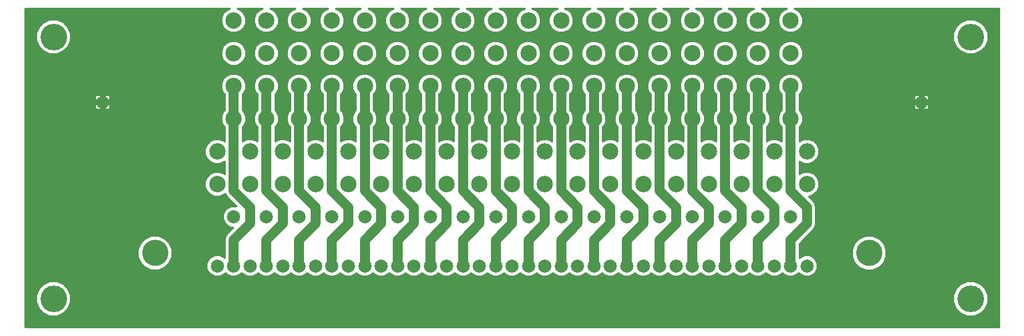
<source format=gbl>
G04 (created by PCBNEW (2013-07-07 BZR 4022)-stable) date 23/09/2014 08:58:54*
%MOIN*%
G04 Gerber Fmt 3.4, Leading zero omitted, Abs format*
%FSLAX34Y34*%
G01*
G70*
G90*
G04 APERTURE LIST*
%ADD10C,0.00590551*%
%ADD11C,0.0984252*%
%ADD12C,0.16*%
%ADD13R,0.06X0.06*%
%ADD14C,0.0787402*%
%ADD15C,0.15748*%
%ADD16C,0.0590551*%
%ADD17C,0.011811*%
G04 APERTURE END LIST*
G54D10*
G54D11*
X104330Y-56102D03*
X102362Y-56102D03*
X100393Y-56102D03*
X98425Y-56102D03*
X96456Y-56102D03*
X94488Y-56102D03*
X92519Y-56102D03*
X90551Y-56102D03*
X88582Y-56102D03*
X86614Y-56102D03*
X84645Y-56102D03*
X82677Y-56102D03*
X80708Y-56102D03*
X78740Y-56102D03*
X76771Y-56102D03*
X74803Y-56102D03*
X72834Y-56102D03*
X70866Y-56102D03*
X68897Y-56102D03*
X104330Y-58070D03*
X102362Y-58070D03*
X100393Y-58070D03*
X98425Y-58070D03*
X96456Y-58070D03*
X94488Y-58070D03*
X92519Y-58070D03*
X90551Y-58070D03*
X88582Y-58070D03*
X86614Y-58070D03*
X84645Y-58070D03*
X82677Y-58070D03*
X80708Y-58070D03*
X78740Y-58070D03*
X76771Y-58070D03*
X74803Y-58070D03*
X72834Y-58070D03*
X70866Y-58070D03*
X68897Y-58070D03*
X103346Y-52165D03*
X101377Y-52165D03*
X99409Y-52165D03*
X97440Y-52165D03*
X95472Y-52165D03*
X93503Y-52165D03*
X91535Y-52165D03*
X89566Y-52165D03*
X87598Y-52165D03*
X85629Y-52165D03*
X83661Y-52165D03*
X81692Y-52165D03*
X79724Y-52165D03*
X77755Y-52165D03*
X75787Y-52165D03*
X73818Y-52165D03*
X71850Y-52165D03*
X69881Y-52165D03*
X103346Y-54133D03*
X101377Y-54133D03*
X99409Y-54133D03*
X97440Y-54133D03*
X95472Y-54133D03*
X93503Y-54133D03*
X91535Y-54133D03*
X89566Y-54133D03*
X87598Y-54133D03*
X85629Y-54133D03*
X83661Y-54133D03*
X81692Y-54133D03*
X79724Y-54133D03*
X77755Y-54133D03*
X75787Y-54133D03*
X73818Y-54133D03*
X71850Y-54133D03*
X69881Y-54133D03*
X103346Y-48228D03*
X101377Y-48228D03*
X99409Y-48228D03*
X97440Y-48228D03*
X95472Y-48228D03*
X93503Y-48228D03*
X91535Y-48228D03*
X89566Y-48228D03*
X87598Y-48228D03*
X85629Y-48228D03*
X83661Y-48228D03*
X81692Y-48228D03*
X79724Y-48228D03*
X77755Y-48228D03*
X75787Y-48228D03*
X73818Y-48228D03*
X71850Y-48228D03*
X69881Y-48228D03*
X103346Y-50196D03*
X101377Y-50196D03*
X99409Y-50196D03*
X97440Y-50196D03*
X95472Y-50196D03*
X93503Y-50196D03*
X91535Y-50196D03*
X89566Y-50196D03*
X87598Y-50196D03*
X85629Y-50196D03*
X83661Y-50196D03*
X81692Y-50196D03*
X79724Y-50196D03*
X77755Y-50196D03*
X75787Y-50196D03*
X73818Y-50196D03*
X71850Y-50196D03*
X69881Y-50196D03*
G54D12*
X114173Y-49212D03*
X114173Y-64960D03*
X59055Y-64960D03*
X59055Y-49212D03*
G54D13*
X62007Y-53149D03*
X111220Y-53149D03*
G54D14*
X104330Y-62992D03*
X102362Y-62992D03*
X100393Y-62992D03*
X98425Y-62992D03*
X96456Y-62992D03*
X94488Y-62992D03*
X92519Y-62992D03*
X90551Y-62992D03*
X88582Y-62992D03*
X86614Y-62992D03*
X84645Y-62992D03*
X82677Y-62992D03*
X80708Y-62992D03*
X78740Y-62992D03*
X76771Y-62992D03*
X74803Y-62992D03*
X72834Y-62992D03*
X70866Y-62992D03*
X68897Y-62992D03*
X103346Y-62992D03*
X101377Y-62992D03*
X99409Y-62992D03*
X97440Y-62992D03*
X95472Y-62992D03*
X93503Y-62992D03*
X91535Y-62992D03*
X89566Y-62992D03*
X87598Y-62992D03*
X85629Y-62992D03*
X83661Y-62992D03*
X81692Y-62992D03*
X79724Y-62992D03*
X77755Y-62992D03*
X75787Y-62992D03*
X73818Y-62992D03*
X71850Y-62992D03*
X69881Y-62992D03*
X103346Y-60039D03*
X101377Y-60039D03*
X99409Y-60039D03*
X97440Y-60039D03*
X95472Y-60039D03*
X93503Y-60039D03*
X91535Y-60039D03*
X89566Y-60039D03*
X87598Y-60039D03*
X85629Y-60039D03*
X83661Y-60039D03*
X81692Y-60039D03*
X79724Y-60039D03*
X77755Y-60039D03*
X75787Y-60039D03*
X73818Y-60039D03*
X71850Y-60039D03*
X69881Y-60039D03*
G54D15*
X65157Y-62204D03*
X108070Y-62204D03*
G54D16*
X103346Y-54133D02*
X103346Y-52165D01*
X103346Y-62992D02*
X103346Y-61417D01*
X103346Y-58464D02*
X103346Y-54133D01*
X104330Y-59448D02*
X103346Y-58464D01*
X104330Y-60433D02*
X104330Y-59448D01*
X103346Y-61417D02*
X104330Y-60433D01*
X77755Y-62992D02*
X77755Y-61417D01*
X77755Y-58464D02*
X77755Y-54133D01*
X78740Y-59448D02*
X77755Y-58464D01*
X78740Y-60433D02*
X78740Y-59448D01*
X77755Y-61417D02*
X78740Y-60433D01*
X77755Y-54133D02*
X77755Y-52165D01*
X75787Y-54133D02*
X75787Y-52165D01*
X75787Y-62992D02*
X75787Y-61417D01*
X75787Y-58464D02*
X75787Y-52165D01*
X76771Y-59448D02*
X75787Y-58464D01*
X76771Y-60433D02*
X76771Y-59448D01*
X75787Y-61417D02*
X76771Y-60433D01*
X73818Y-54133D02*
X73818Y-52165D01*
X73818Y-62992D02*
X73818Y-61417D01*
X73818Y-58464D02*
X73818Y-52165D01*
X74803Y-59448D02*
X73818Y-58464D01*
X74803Y-60433D02*
X74803Y-59448D01*
X73818Y-61417D02*
X74803Y-60433D01*
X71850Y-54133D02*
X71850Y-52165D01*
X71850Y-62992D02*
X71850Y-61417D01*
X71850Y-58464D02*
X71850Y-52165D01*
X72834Y-59448D02*
X71850Y-58464D01*
X72834Y-60433D02*
X72834Y-59448D01*
X71850Y-61417D02*
X72834Y-60433D01*
X69881Y-62992D02*
X69881Y-61417D01*
X69881Y-58464D02*
X69881Y-54133D01*
X70866Y-59448D02*
X69881Y-58464D01*
X70866Y-60433D02*
X70866Y-59448D01*
X69881Y-61417D02*
X70866Y-60433D01*
X69881Y-54133D02*
X69881Y-52165D01*
X101377Y-54133D02*
X101377Y-52165D01*
X101377Y-62992D02*
X101377Y-62598D01*
X101377Y-62598D02*
X101377Y-62992D01*
X101377Y-62992D02*
X101377Y-61417D01*
X101377Y-58464D02*
X101377Y-52165D01*
X102362Y-59448D02*
X101377Y-58464D01*
X102362Y-60433D02*
X102362Y-59448D01*
X101377Y-61417D02*
X102362Y-60433D01*
X79724Y-54133D02*
X79724Y-52165D01*
X79724Y-62992D02*
X79724Y-61417D01*
X79724Y-58464D02*
X79724Y-52165D01*
X80708Y-59448D02*
X79724Y-58464D01*
X80708Y-60433D02*
X80708Y-59448D01*
X79724Y-61417D02*
X80708Y-60433D01*
X99409Y-54133D02*
X99409Y-52165D01*
X99409Y-62992D02*
X99409Y-61417D01*
X99409Y-58464D02*
X99409Y-52165D01*
X100393Y-59448D02*
X99409Y-58464D01*
X100393Y-60433D02*
X100393Y-59448D01*
X99409Y-61417D02*
X100393Y-60433D01*
X97440Y-54133D02*
X97440Y-52165D01*
X97440Y-62992D02*
X97440Y-61417D01*
X97440Y-58464D02*
X97440Y-52165D01*
X98425Y-59448D02*
X97440Y-58464D01*
X98425Y-60433D02*
X98425Y-59448D01*
X97440Y-61417D02*
X98425Y-60433D01*
X95472Y-54133D02*
X95472Y-52165D01*
X95472Y-62992D02*
X95472Y-61417D01*
X95472Y-58464D02*
X95472Y-52165D01*
X96456Y-59448D02*
X95472Y-58464D01*
X96456Y-60433D02*
X96456Y-59448D01*
X95472Y-61417D02*
X96456Y-60433D01*
X93503Y-54133D02*
X93503Y-52165D01*
X93503Y-62992D02*
X93503Y-61417D01*
X93503Y-58464D02*
X93503Y-52165D01*
X94488Y-59448D02*
X93503Y-58464D01*
X94488Y-60433D02*
X94488Y-59448D01*
X93503Y-61417D02*
X94488Y-60433D01*
X91535Y-54133D02*
X91535Y-52165D01*
X91535Y-62992D02*
X91535Y-61417D01*
X91535Y-58464D02*
X91535Y-52165D01*
X92519Y-59448D02*
X91535Y-58464D01*
X92519Y-60433D02*
X92519Y-59448D01*
X91535Y-61417D02*
X92519Y-60433D01*
X89566Y-52165D02*
X89566Y-54133D01*
X89566Y-62992D02*
X89566Y-61417D01*
X89566Y-58464D02*
X89566Y-54133D01*
X90551Y-59448D02*
X89566Y-58464D01*
X90551Y-60433D02*
X90551Y-59448D01*
X89566Y-61417D02*
X90551Y-60433D01*
X87598Y-54133D02*
X87598Y-52165D01*
X87598Y-62992D02*
X87598Y-61417D01*
X87598Y-58464D02*
X87598Y-52165D01*
X88582Y-59448D02*
X87598Y-58464D01*
X88582Y-60433D02*
X88582Y-59448D01*
X87598Y-61417D02*
X88582Y-60433D01*
X85629Y-62992D02*
X85629Y-61417D01*
X85629Y-58464D02*
X85629Y-54133D01*
X86614Y-59448D02*
X85629Y-58464D01*
X86614Y-59842D02*
X86614Y-59448D01*
X86614Y-60433D02*
X86614Y-59842D01*
X85629Y-61417D02*
X86614Y-60433D01*
X85629Y-54133D02*
X85629Y-52165D01*
X83661Y-54133D02*
X83661Y-52165D01*
X83661Y-62992D02*
X83661Y-61417D01*
X83661Y-58464D02*
X83661Y-52165D01*
X84645Y-59448D02*
X83661Y-58464D01*
X84645Y-60433D02*
X84645Y-59448D01*
X83661Y-61417D02*
X84645Y-60433D01*
X81692Y-54133D02*
X81692Y-52165D01*
X81692Y-62992D02*
X81692Y-61417D01*
X81692Y-58464D02*
X81692Y-52165D01*
X82677Y-59448D02*
X81692Y-58464D01*
X82677Y-60433D02*
X82677Y-59448D01*
X81692Y-61417D02*
X82677Y-60433D01*
G54D10*
G36*
X115866Y-66653D02*
X115229Y-66653D01*
X115229Y-64751D01*
X115229Y-49003D01*
X115068Y-48615D01*
X114772Y-48317D01*
X114384Y-48156D01*
X113964Y-48156D01*
X113575Y-48316D01*
X113278Y-48613D01*
X113117Y-49001D01*
X113117Y-49421D01*
X113277Y-49809D01*
X113574Y-50107D01*
X113962Y-50268D01*
X114382Y-50268D01*
X114770Y-50108D01*
X115067Y-49811D01*
X115228Y-49423D01*
X115229Y-49003D01*
X115229Y-64751D01*
X115068Y-64363D01*
X114772Y-64065D01*
X114384Y-63904D01*
X113964Y-63904D01*
X113575Y-64064D01*
X113278Y-64361D01*
X113117Y-64749D01*
X113117Y-65169D01*
X113277Y-65557D01*
X113574Y-65855D01*
X113962Y-66016D01*
X114382Y-66016D01*
X114770Y-65856D01*
X115067Y-65559D01*
X115228Y-65171D01*
X115229Y-64751D01*
X115229Y-66653D01*
X111679Y-66653D01*
X111679Y-53418D01*
X111679Y-52881D01*
X111679Y-52817D01*
X111655Y-52759D01*
X111610Y-52714D01*
X111551Y-52690D01*
X111378Y-52690D01*
X111338Y-52730D01*
X111338Y-53031D01*
X111639Y-53031D01*
X111679Y-52991D01*
X111679Y-52881D01*
X111679Y-53418D01*
X111679Y-53307D01*
X111639Y-53267D01*
X111338Y-53267D01*
X111338Y-53568D01*
X111378Y-53608D01*
X111551Y-53608D01*
X111610Y-53584D01*
X111655Y-53539D01*
X111679Y-53481D01*
X111679Y-53418D01*
X111679Y-66653D01*
X111102Y-66653D01*
X111102Y-53568D01*
X111102Y-53267D01*
X111102Y-53031D01*
X111102Y-52730D01*
X111062Y-52690D01*
X110888Y-52690D01*
X110830Y-52714D01*
X110785Y-52759D01*
X110761Y-52817D01*
X110761Y-52881D01*
X110761Y-52991D01*
X110801Y-53031D01*
X111102Y-53031D01*
X111102Y-53267D01*
X110801Y-53267D01*
X110761Y-53307D01*
X110761Y-53418D01*
X110761Y-53481D01*
X110785Y-53539D01*
X110830Y-53584D01*
X110888Y-53608D01*
X111062Y-53608D01*
X111102Y-53568D01*
X111102Y-66653D01*
X109114Y-66653D01*
X109114Y-61998D01*
X108955Y-61614D01*
X108662Y-61320D01*
X108279Y-61161D01*
X107864Y-61161D01*
X107480Y-61319D01*
X107186Y-61612D01*
X107027Y-61996D01*
X107027Y-62411D01*
X107185Y-62794D01*
X107479Y-63088D01*
X107862Y-63247D01*
X108277Y-63248D01*
X108661Y-63089D01*
X108954Y-62796D01*
X109113Y-62413D01*
X109114Y-61998D01*
X109114Y-66653D01*
X105078Y-66653D01*
X105078Y-57922D01*
X104965Y-57647D01*
X104754Y-57437D01*
X104480Y-57322D01*
X104182Y-57322D01*
X103907Y-57436D01*
X103897Y-57446D01*
X103897Y-56727D01*
X103906Y-56736D01*
X104181Y-56850D01*
X104478Y-56850D01*
X104753Y-56736D01*
X104964Y-56526D01*
X105078Y-56251D01*
X105078Y-55954D01*
X104965Y-55679D01*
X104754Y-55468D01*
X104480Y-55354D01*
X104182Y-55354D01*
X103907Y-55467D01*
X103897Y-55477D01*
X103897Y-54640D01*
X103980Y-54558D01*
X104094Y-54283D01*
X104094Y-53985D01*
X103980Y-53710D01*
X103897Y-53627D01*
X103897Y-52672D01*
X103980Y-52589D01*
X104094Y-52314D01*
X104094Y-52017D01*
X104094Y-50048D01*
X103980Y-49773D01*
X103770Y-49563D01*
X103495Y-49448D01*
X103198Y-49448D01*
X102923Y-49562D01*
X102712Y-49772D01*
X102598Y-50047D01*
X102598Y-50344D01*
X102711Y-50620D01*
X102922Y-50830D01*
X103197Y-50944D01*
X103494Y-50945D01*
X103769Y-50831D01*
X103980Y-50621D01*
X104094Y-50346D01*
X104094Y-50048D01*
X104094Y-52017D01*
X103980Y-51742D01*
X103770Y-51531D01*
X103495Y-51417D01*
X103198Y-51417D01*
X102923Y-51530D01*
X102712Y-51741D01*
X102598Y-52015D01*
X102598Y-52313D01*
X102711Y-52588D01*
X102795Y-52672D01*
X102795Y-53627D01*
X102712Y-53709D01*
X102598Y-53984D01*
X102598Y-54281D01*
X102711Y-54557D01*
X102795Y-54640D01*
X102795Y-55477D01*
X102786Y-55468D01*
X102511Y-55354D01*
X102214Y-55354D01*
X101939Y-55467D01*
X101929Y-55477D01*
X101929Y-54640D01*
X102011Y-54558D01*
X102125Y-54283D01*
X102126Y-53985D01*
X102012Y-53710D01*
X101929Y-53627D01*
X101929Y-52672D01*
X102011Y-52589D01*
X102125Y-52314D01*
X102126Y-52017D01*
X102126Y-50048D01*
X102012Y-49773D01*
X101802Y-49563D01*
X101527Y-49448D01*
X101229Y-49448D01*
X100954Y-49562D01*
X100744Y-49772D01*
X100630Y-50047D01*
X100629Y-50344D01*
X100743Y-50620D01*
X100953Y-50830D01*
X101228Y-50944D01*
X101526Y-50945D01*
X101801Y-50831D01*
X102011Y-50621D01*
X102125Y-50346D01*
X102126Y-50048D01*
X102126Y-52017D01*
X102012Y-51742D01*
X101802Y-51531D01*
X101527Y-51417D01*
X101229Y-51417D01*
X100954Y-51530D01*
X100744Y-51741D01*
X100630Y-52015D01*
X100629Y-52313D01*
X100743Y-52588D01*
X100826Y-52672D01*
X100826Y-53627D01*
X100744Y-53709D01*
X100630Y-53984D01*
X100629Y-54281D01*
X100743Y-54557D01*
X100826Y-54640D01*
X100826Y-55477D01*
X100817Y-55468D01*
X100543Y-55354D01*
X100245Y-55354D01*
X99970Y-55467D01*
X99960Y-55477D01*
X99960Y-54640D01*
X100043Y-54558D01*
X100157Y-54283D01*
X100157Y-53985D01*
X100043Y-53710D01*
X99960Y-53627D01*
X99960Y-52672D01*
X100043Y-52589D01*
X100157Y-52314D01*
X100157Y-52017D01*
X100157Y-50048D01*
X100043Y-49773D01*
X99833Y-49563D01*
X99558Y-49448D01*
X99261Y-49448D01*
X98986Y-49562D01*
X98775Y-49772D01*
X98661Y-50047D01*
X98661Y-50344D01*
X98774Y-50620D01*
X98985Y-50830D01*
X99260Y-50944D01*
X99557Y-50945D01*
X99832Y-50831D01*
X100043Y-50621D01*
X100157Y-50346D01*
X100157Y-50048D01*
X100157Y-52017D01*
X100043Y-51742D01*
X99833Y-51531D01*
X99558Y-51417D01*
X99261Y-51417D01*
X98986Y-51530D01*
X98775Y-51741D01*
X98661Y-52015D01*
X98661Y-52313D01*
X98774Y-52588D01*
X98858Y-52672D01*
X98858Y-53627D01*
X98775Y-53709D01*
X98661Y-53984D01*
X98661Y-54281D01*
X98774Y-54557D01*
X98858Y-54640D01*
X98858Y-55477D01*
X98849Y-55468D01*
X98574Y-55354D01*
X98277Y-55354D01*
X98002Y-55467D01*
X97992Y-55477D01*
X97992Y-54640D01*
X98074Y-54558D01*
X98188Y-54283D01*
X98189Y-53985D01*
X98075Y-53710D01*
X97992Y-53627D01*
X97992Y-52672D01*
X98074Y-52589D01*
X98188Y-52314D01*
X98189Y-52017D01*
X98189Y-50048D01*
X98075Y-49773D01*
X97865Y-49563D01*
X97590Y-49448D01*
X97292Y-49448D01*
X97017Y-49562D01*
X96807Y-49772D01*
X96693Y-50047D01*
X96692Y-50344D01*
X96806Y-50620D01*
X97016Y-50830D01*
X97291Y-50944D01*
X97589Y-50945D01*
X97864Y-50831D01*
X98074Y-50621D01*
X98188Y-50346D01*
X98189Y-50048D01*
X98189Y-52017D01*
X98075Y-51742D01*
X97865Y-51531D01*
X97590Y-51417D01*
X97292Y-51417D01*
X97017Y-51530D01*
X96807Y-51741D01*
X96693Y-52015D01*
X96692Y-52313D01*
X96806Y-52588D01*
X96889Y-52672D01*
X96889Y-53627D01*
X96807Y-53709D01*
X96693Y-53984D01*
X96692Y-54281D01*
X96806Y-54557D01*
X96889Y-54640D01*
X96889Y-55477D01*
X96880Y-55468D01*
X96606Y-55354D01*
X96308Y-55354D01*
X96033Y-55467D01*
X96023Y-55477D01*
X96023Y-54640D01*
X96106Y-54558D01*
X96220Y-54283D01*
X96220Y-53985D01*
X96106Y-53710D01*
X96023Y-53627D01*
X96023Y-52672D01*
X96106Y-52589D01*
X96220Y-52314D01*
X96220Y-52017D01*
X96220Y-50048D01*
X96106Y-49773D01*
X95896Y-49563D01*
X95621Y-49448D01*
X95324Y-49448D01*
X95049Y-49562D01*
X94838Y-49772D01*
X94724Y-50047D01*
X94724Y-50344D01*
X94837Y-50620D01*
X95048Y-50830D01*
X95322Y-50944D01*
X95620Y-50945D01*
X95895Y-50831D01*
X96106Y-50621D01*
X96220Y-50346D01*
X96220Y-50048D01*
X96220Y-52017D01*
X96106Y-51742D01*
X95896Y-51531D01*
X95621Y-51417D01*
X95324Y-51417D01*
X95049Y-51530D01*
X94838Y-51741D01*
X94724Y-52015D01*
X94724Y-52313D01*
X94837Y-52588D01*
X94921Y-52672D01*
X94921Y-53627D01*
X94838Y-53709D01*
X94724Y-53984D01*
X94724Y-54281D01*
X94837Y-54557D01*
X94921Y-54640D01*
X94921Y-55477D01*
X94912Y-55468D01*
X94637Y-55354D01*
X94340Y-55354D01*
X94065Y-55467D01*
X94055Y-55477D01*
X94055Y-54640D01*
X94137Y-54558D01*
X94251Y-54283D01*
X94252Y-53985D01*
X94138Y-53710D01*
X94055Y-53627D01*
X94055Y-52672D01*
X94137Y-52589D01*
X94251Y-52314D01*
X94252Y-52017D01*
X94252Y-50048D01*
X94138Y-49773D01*
X93928Y-49563D01*
X93653Y-49448D01*
X93355Y-49448D01*
X93080Y-49562D01*
X92870Y-49772D01*
X92756Y-50047D01*
X92755Y-50344D01*
X92869Y-50620D01*
X93079Y-50830D01*
X93354Y-50944D01*
X93652Y-50945D01*
X93927Y-50831D01*
X94137Y-50621D01*
X94251Y-50346D01*
X94252Y-50048D01*
X94252Y-52017D01*
X94138Y-51742D01*
X93928Y-51531D01*
X93653Y-51417D01*
X93355Y-51417D01*
X93080Y-51530D01*
X92870Y-51741D01*
X92756Y-52015D01*
X92755Y-52313D01*
X92869Y-52588D01*
X92952Y-52672D01*
X92952Y-53627D01*
X92870Y-53709D01*
X92756Y-53984D01*
X92755Y-54281D01*
X92869Y-54557D01*
X92952Y-54640D01*
X92952Y-55477D01*
X92943Y-55468D01*
X92669Y-55354D01*
X92371Y-55354D01*
X92096Y-55467D01*
X92086Y-55477D01*
X92086Y-54640D01*
X92169Y-54558D01*
X92283Y-54283D01*
X92283Y-53985D01*
X92169Y-53710D01*
X92086Y-53627D01*
X92086Y-52672D01*
X92169Y-52589D01*
X92283Y-52314D01*
X92283Y-52017D01*
X92283Y-50048D01*
X92169Y-49773D01*
X91959Y-49563D01*
X91684Y-49448D01*
X91387Y-49448D01*
X91112Y-49562D01*
X90901Y-49772D01*
X90787Y-50047D01*
X90787Y-50344D01*
X90900Y-50620D01*
X91111Y-50830D01*
X91385Y-50944D01*
X91683Y-50945D01*
X91958Y-50831D01*
X92169Y-50621D01*
X92283Y-50346D01*
X92283Y-50048D01*
X92283Y-52017D01*
X92169Y-51742D01*
X91959Y-51531D01*
X91684Y-51417D01*
X91387Y-51417D01*
X91112Y-51530D01*
X90901Y-51741D01*
X90787Y-52015D01*
X90787Y-52313D01*
X90900Y-52588D01*
X90984Y-52672D01*
X90984Y-53627D01*
X90901Y-53709D01*
X90787Y-53984D01*
X90787Y-54281D01*
X90900Y-54557D01*
X90984Y-54640D01*
X90984Y-55477D01*
X90975Y-55468D01*
X90700Y-55354D01*
X90403Y-55354D01*
X90128Y-55467D01*
X90118Y-55477D01*
X90118Y-54640D01*
X90200Y-54558D01*
X90314Y-54283D01*
X90315Y-53985D01*
X90201Y-53710D01*
X90118Y-53627D01*
X90118Y-52672D01*
X90200Y-52589D01*
X90314Y-52314D01*
X90315Y-52017D01*
X90315Y-50048D01*
X90201Y-49773D01*
X89991Y-49563D01*
X89716Y-49448D01*
X89418Y-49448D01*
X89143Y-49562D01*
X88933Y-49772D01*
X88819Y-50047D01*
X88818Y-50344D01*
X88932Y-50620D01*
X89142Y-50830D01*
X89417Y-50944D01*
X89715Y-50945D01*
X89990Y-50831D01*
X90200Y-50621D01*
X90314Y-50346D01*
X90315Y-50048D01*
X90315Y-52017D01*
X90201Y-51742D01*
X89991Y-51531D01*
X89716Y-51417D01*
X89418Y-51417D01*
X89143Y-51530D01*
X88933Y-51741D01*
X88819Y-52015D01*
X88818Y-52313D01*
X88932Y-52588D01*
X89015Y-52672D01*
X89015Y-53627D01*
X88933Y-53709D01*
X88819Y-53984D01*
X88818Y-54281D01*
X88932Y-54557D01*
X89015Y-54640D01*
X89015Y-55477D01*
X89006Y-55468D01*
X88732Y-55354D01*
X88434Y-55354D01*
X88159Y-55467D01*
X88149Y-55477D01*
X88149Y-54640D01*
X88232Y-54558D01*
X88346Y-54283D01*
X88346Y-53985D01*
X88232Y-53710D01*
X88149Y-53627D01*
X88149Y-52672D01*
X88232Y-52589D01*
X88346Y-52314D01*
X88346Y-52017D01*
X88346Y-50048D01*
X88232Y-49773D01*
X88022Y-49563D01*
X87747Y-49448D01*
X87450Y-49448D01*
X87175Y-49562D01*
X86964Y-49772D01*
X86850Y-50047D01*
X86850Y-50344D01*
X86963Y-50620D01*
X87174Y-50830D01*
X87448Y-50944D01*
X87746Y-50945D01*
X88021Y-50831D01*
X88232Y-50621D01*
X88346Y-50346D01*
X88346Y-50048D01*
X88346Y-52017D01*
X88232Y-51742D01*
X88022Y-51531D01*
X87747Y-51417D01*
X87450Y-51417D01*
X87175Y-51530D01*
X86964Y-51741D01*
X86850Y-52015D01*
X86850Y-52313D01*
X86963Y-52588D01*
X87047Y-52672D01*
X87047Y-53627D01*
X86964Y-53709D01*
X86850Y-53984D01*
X86850Y-54281D01*
X86963Y-54557D01*
X87047Y-54640D01*
X87047Y-55477D01*
X87038Y-55468D01*
X86763Y-55354D01*
X86466Y-55354D01*
X86191Y-55467D01*
X86181Y-55477D01*
X86181Y-54640D01*
X86263Y-54558D01*
X86377Y-54283D01*
X86378Y-53985D01*
X86264Y-53710D01*
X86181Y-53627D01*
X86181Y-52672D01*
X86263Y-52589D01*
X86377Y-52314D01*
X86378Y-52017D01*
X86378Y-50048D01*
X86264Y-49773D01*
X86054Y-49563D01*
X85779Y-49448D01*
X85481Y-49448D01*
X85206Y-49562D01*
X84996Y-49772D01*
X84882Y-50047D01*
X84881Y-50344D01*
X84995Y-50620D01*
X85205Y-50830D01*
X85480Y-50944D01*
X85778Y-50945D01*
X86053Y-50831D01*
X86263Y-50621D01*
X86377Y-50346D01*
X86378Y-50048D01*
X86378Y-52017D01*
X86264Y-51742D01*
X86054Y-51531D01*
X85779Y-51417D01*
X85481Y-51417D01*
X85206Y-51530D01*
X84996Y-51741D01*
X84882Y-52015D01*
X84881Y-52313D01*
X84995Y-52588D01*
X85078Y-52672D01*
X85078Y-53627D01*
X84996Y-53709D01*
X84882Y-53984D01*
X84881Y-54281D01*
X84995Y-54557D01*
X85078Y-54640D01*
X85078Y-55477D01*
X85069Y-55468D01*
X84795Y-55354D01*
X84497Y-55354D01*
X84222Y-55467D01*
X84212Y-55477D01*
X84212Y-54640D01*
X84295Y-54558D01*
X84409Y-54283D01*
X84409Y-53985D01*
X84295Y-53710D01*
X84212Y-53627D01*
X84212Y-52672D01*
X84295Y-52589D01*
X84409Y-52314D01*
X84409Y-52017D01*
X84409Y-50048D01*
X84295Y-49773D01*
X84085Y-49563D01*
X83810Y-49448D01*
X83513Y-49448D01*
X83238Y-49562D01*
X83027Y-49772D01*
X82913Y-50047D01*
X82913Y-50344D01*
X83026Y-50620D01*
X83237Y-50830D01*
X83511Y-50944D01*
X83809Y-50945D01*
X84084Y-50831D01*
X84295Y-50621D01*
X84409Y-50346D01*
X84409Y-50048D01*
X84409Y-52017D01*
X84295Y-51742D01*
X84085Y-51531D01*
X83810Y-51417D01*
X83513Y-51417D01*
X83238Y-51530D01*
X83027Y-51741D01*
X82913Y-52015D01*
X82913Y-52313D01*
X83026Y-52588D01*
X83110Y-52672D01*
X83110Y-53627D01*
X83027Y-53709D01*
X82913Y-53984D01*
X82913Y-54281D01*
X83026Y-54557D01*
X83110Y-54640D01*
X83110Y-55477D01*
X83101Y-55468D01*
X82826Y-55354D01*
X82529Y-55354D01*
X82253Y-55467D01*
X82244Y-55477D01*
X82244Y-54640D01*
X82326Y-54558D01*
X82440Y-54283D01*
X82441Y-53985D01*
X82327Y-53710D01*
X82244Y-53627D01*
X82244Y-52672D01*
X82326Y-52589D01*
X82440Y-52314D01*
X82441Y-52017D01*
X82441Y-50048D01*
X82327Y-49773D01*
X82117Y-49563D01*
X81842Y-49448D01*
X81544Y-49448D01*
X81269Y-49562D01*
X81059Y-49772D01*
X80945Y-50047D01*
X80944Y-50344D01*
X81058Y-50620D01*
X81268Y-50830D01*
X81543Y-50944D01*
X81841Y-50945D01*
X82116Y-50831D01*
X82326Y-50621D01*
X82440Y-50346D01*
X82441Y-50048D01*
X82441Y-52017D01*
X82327Y-51742D01*
X82117Y-51531D01*
X81842Y-51417D01*
X81544Y-51417D01*
X81269Y-51530D01*
X81059Y-51741D01*
X80945Y-52015D01*
X80944Y-52313D01*
X81058Y-52588D01*
X81141Y-52672D01*
X81141Y-53627D01*
X81059Y-53709D01*
X80945Y-53984D01*
X80944Y-54281D01*
X81058Y-54557D01*
X81141Y-54640D01*
X81141Y-55477D01*
X81132Y-55468D01*
X80858Y-55354D01*
X80560Y-55354D01*
X80285Y-55467D01*
X80275Y-55477D01*
X80275Y-54640D01*
X80358Y-54558D01*
X80472Y-54283D01*
X80472Y-53985D01*
X80358Y-53710D01*
X80275Y-53627D01*
X80275Y-52672D01*
X80358Y-52589D01*
X80472Y-52314D01*
X80472Y-52017D01*
X80472Y-50048D01*
X80358Y-49773D01*
X80148Y-49563D01*
X79873Y-49448D01*
X79576Y-49448D01*
X79301Y-49562D01*
X79090Y-49772D01*
X78976Y-50047D01*
X78976Y-50344D01*
X79089Y-50620D01*
X79300Y-50830D01*
X79574Y-50944D01*
X79872Y-50945D01*
X80147Y-50831D01*
X80358Y-50621D01*
X80472Y-50346D01*
X80472Y-50048D01*
X80472Y-52017D01*
X80358Y-51742D01*
X80148Y-51531D01*
X79873Y-51417D01*
X79576Y-51417D01*
X79301Y-51530D01*
X79090Y-51741D01*
X78976Y-52015D01*
X78976Y-52313D01*
X79089Y-52588D01*
X79173Y-52672D01*
X79173Y-53627D01*
X79090Y-53709D01*
X78976Y-53984D01*
X78976Y-54281D01*
X79089Y-54557D01*
X79173Y-54640D01*
X79173Y-55477D01*
X79164Y-55468D01*
X78889Y-55354D01*
X78592Y-55354D01*
X78316Y-55467D01*
X78307Y-55477D01*
X78307Y-54640D01*
X78389Y-54558D01*
X78503Y-54283D01*
X78504Y-53985D01*
X78390Y-53710D01*
X78307Y-53627D01*
X78307Y-52672D01*
X78389Y-52589D01*
X78503Y-52314D01*
X78504Y-52017D01*
X78504Y-50048D01*
X78390Y-49773D01*
X78180Y-49563D01*
X77905Y-49448D01*
X77607Y-49448D01*
X77332Y-49562D01*
X77122Y-49772D01*
X77008Y-50047D01*
X77007Y-50344D01*
X77121Y-50620D01*
X77331Y-50830D01*
X77606Y-50944D01*
X77904Y-50945D01*
X78179Y-50831D01*
X78389Y-50621D01*
X78503Y-50346D01*
X78504Y-50048D01*
X78504Y-52017D01*
X78390Y-51742D01*
X78180Y-51531D01*
X77905Y-51417D01*
X77607Y-51417D01*
X77332Y-51530D01*
X77122Y-51741D01*
X77008Y-52015D01*
X77007Y-52313D01*
X77121Y-52588D01*
X77204Y-52672D01*
X77204Y-53627D01*
X77122Y-53709D01*
X77008Y-53984D01*
X77007Y-54281D01*
X77121Y-54557D01*
X77204Y-54640D01*
X77204Y-55477D01*
X77195Y-55468D01*
X76921Y-55354D01*
X76623Y-55354D01*
X76348Y-55467D01*
X76338Y-55477D01*
X76338Y-54640D01*
X76421Y-54558D01*
X76535Y-54283D01*
X76535Y-53985D01*
X76421Y-53710D01*
X76338Y-53627D01*
X76338Y-52672D01*
X76421Y-52589D01*
X76535Y-52314D01*
X76535Y-52017D01*
X76535Y-50048D01*
X76421Y-49773D01*
X76211Y-49563D01*
X75936Y-49448D01*
X75639Y-49448D01*
X75364Y-49562D01*
X75153Y-49772D01*
X75039Y-50047D01*
X75039Y-50344D01*
X75152Y-50620D01*
X75363Y-50830D01*
X75637Y-50944D01*
X75935Y-50945D01*
X76210Y-50831D01*
X76421Y-50621D01*
X76535Y-50346D01*
X76535Y-50048D01*
X76535Y-52017D01*
X76421Y-51742D01*
X76211Y-51531D01*
X75936Y-51417D01*
X75639Y-51417D01*
X75364Y-51530D01*
X75153Y-51741D01*
X75039Y-52015D01*
X75039Y-52313D01*
X75152Y-52588D01*
X75236Y-52672D01*
X75236Y-53627D01*
X75153Y-53709D01*
X75039Y-53984D01*
X75039Y-54281D01*
X75152Y-54557D01*
X75236Y-54640D01*
X75236Y-55477D01*
X75227Y-55468D01*
X74952Y-55354D01*
X74655Y-55354D01*
X74379Y-55467D01*
X74370Y-55477D01*
X74370Y-54640D01*
X74452Y-54558D01*
X74566Y-54283D01*
X74567Y-53985D01*
X74453Y-53710D01*
X74370Y-53627D01*
X74370Y-52672D01*
X74452Y-52589D01*
X74566Y-52314D01*
X74567Y-52017D01*
X74567Y-50048D01*
X74453Y-49773D01*
X74243Y-49563D01*
X73968Y-49448D01*
X73670Y-49448D01*
X73395Y-49562D01*
X73185Y-49772D01*
X73070Y-50047D01*
X73070Y-50344D01*
X73184Y-50620D01*
X73394Y-50830D01*
X73669Y-50944D01*
X73967Y-50945D01*
X74242Y-50831D01*
X74452Y-50621D01*
X74566Y-50346D01*
X74567Y-50048D01*
X74567Y-52017D01*
X74453Y-51742D01*
X74243Y-51531D01*
X73968Y-51417D01*
X73670Y-51417D01*
X73395Y-51530D01*
X73185Y-51741D01*
X73070Y-52015D01*
X73070Y-52313D01*
X73184Y-52588D01*
X73267Y-52672D01*
X73267Y-53627D01*
X73185Y-53709D01*
X73070Y-53984D01*
X73070Y-54281D01*
X73184Y-54557D01*
X73267Y-54640D01*
X73267Y-55477D01*
X73258Y-55468D01*
X72984Y-55354D01*
X72686Y-55354D01*
X72411Y-55467D01*
X72401Y-55477D01*
X72401Y-54640D01*
X72484Y-54558D01*
X72598Y-54283D01*
X72598Y-53985D01*
X72484Y-53710D01*
X72401Y-53627D01*
X72401Y-52672D01*
X72484Y-52589D01*
X72598Y-52314D01*
X72598Y-52017D01*
X72598Y-50048D01*
X72484Y-49773D01*
X72274Y-49563D01*
X71999Y-49448D01*
X71702Y-49448D01*
X71427Y-49562D01*
X71216Y-49772D01*
X71102Y-50047D01*
X71102Y-50344D01*
X71215Y-50620D01*
X71426Y-50830D01*
X71700Y-50944D01*
X71998Y-50945D01*
X72273Y-50831D01*
X72484Y-50621D01*
X72598Y-50346D01*
X72598Y-50048D01*
X72598Y-52017D01*
X72484Y-51742D01*
X72274Y-51531D01*
X71999Y-51417D01*
X71702Y-51417D01*
X71427Y-51530D01*
X71216Y-51741D01*
X71102Y-52015D01*
X71102Y-52313D01*
X71215Y-52588D01*
X71299Y-52672D01*
X71299Y-53627D01*
X71216Y-53709D01*
X71102Y-53984D01*
X71102Y-54281D01*
X71215Y-54557D01*
X71299Y-54640D01*
X71299Y-55477D01*
X71290Y-55468D01*
X71015Y-55354D01*
X70718Y-55354D01*
X70442Y-55467D01*
X70433Y-55477D01*
X70433Y-54640D01*
X70515Y-54558D01*
X70629Y-54283D01*
X70630Y-53985D01*
X70516Y-53710D01*
X70433Y-53627D01*
X70433Y-52672D01*
X70515Y-52589D01*
X70629Y-52314D01*
X70630Y-52017D01*
X70630Y-50048D01*
X70516Y-49773D01*
X70306Y-49563D01*
X70031Y-49448D01*
X69733Y-49448D01*
X69458Y-49562D01*
X69248Y-49772D01*
X69133Y-50047D01*
X69133Y-50344D01*
X69247Y-50620D01*
X69457Y-50830D01*
X69732Y-50944D01*
X70030Y-50945D01*
X70305Y-50831D01*
X70515Y-50621D01*
X70629Y-50346D01*
X70630Y-50048D01*
X70630Y-52017D01*
X70516Y-51742D01*
X70306Y-51531D01*
X70031Y-51417D01*
X69733Y-51417D01*
X69458Y-51530D01*
X69248Y-51741D01*
X69133Y-52015D01*
X69133Y-52313D01*
X69247Y-52588D01*
X69330Y-52672D01*
X69330Y-53627D01*
X69248Y-53709D01*
X69133Y-53984D01*
X69133Y-54281D01*
X69247Y-54557D01*
X69330Y-54640D01*
X69330Y-55477D01*
X69321Y-55468D01*
X69047Y-55354D01*
X68749Y-55354D01*
X68474Y-55467D01*
X68263Y-55678D01*
X68149Y-55952D01*
X68149Y-56250D01*
X68263Y-56525D01*
X68473Y-56736D01*
X68748Y-56850D01*
X69045Y-56850D01*
X69320Y-56736D01*
X69330Y-56727D01*
X69330Y-57445D01*
X69321Y-57437D01*
X69047Y-57322D01*
X68749Y-57322D01*
X68474Y-57436D01*
X68263Y-57646D01*
X68149Y-57921D01*
X68149Y-58219D01*
X68263Y-58494D01*
X68473Y-58704D01*
X68748Y-58818D01*
X69045Y-58819D01*
X69320Y-58705D01*
X69369Y-58657D01*
X69372Y-58675D01*
X69492Y-58854D01*
X70039Y-59401D01*
X70011Y-59389D01*
X69753Y-59389D01*
X69514Y-59488D01*
X69331Y-59670D01*
X69232Y-59909D01*
X69232Y-60168D01*
X69330Y-60406D01*
X69513Y-60589D01*
X69752Y-60688D01*
X69830Y-60688D01*
X69492Y-61027D01*
X69372Y-61206D01*
X69330Y-61417D01*
X69330Y-62506D01*
X69266Y-62441D01*
X69027Y-62342D01*
X68768Y-62342D01*
X68530Y-62441D01*
X68347Y-62623D01*
X68248Y-62862D01*
X68247Y-63120D01*
X68346Y-63359D01*
X68529Y-63542D01*
X68767Y-63641D01*
X69026Y-63641D01*
X69265Y-63543D01*
X69389Y-63418D01*
X69513Y-63542D01*
X69752Y-63641D01*
X70010Y-63641D01*
X70249Y-63543D01*
X70374Y-63418D01*
X70497Y-63542D01*
X70736Y-63641D01*
X70994Y-63641D01*
X71233Y-63543D01*
X71358Y-63418D01*
X71481Y-63542D01*
X71720Y-63641D01*
X71979Y-63641D01*
X72217Y-63543D01*
X72342Y-63418D01*
X72466Y-63542D01*
X72704Y-63641D01*
X72963Y-63641D01*
X73202Y-63543D01*
X73326Y-63418D01*
X73450Y-63542D01*
X73689Y-63641D01*
X73947Y-63641D01*
X74186Y-63543D01*
X74311Y-63418D01*
X74434Y-63542D01*
X74673Y-63641D01*
X74931Y-63641D01*
X75170Y-63543D01*
X75295Y-63418D01*
X75418Y-63542D01*
X75657Y-63641D01*
X75916Y-63641D01*
X76154Y-63543D01*
X76279Y-63418D01*
X76403Y-63542D01*
X76641Y-63641D01*
X76900Y-63641D01*
X77139Y-63543D01*
X77263Y-63418D01*
X77387Y-63542D01*
X77626Y-63641D01*
X77884Y-63641D01*
X78123Y-63543D01*
X78248Y-63418D01*
X78371Y-63542D01*
X78610Y-63641D01*
X78868Y-63641D01*
X79107Y-63543D01*
X79232Y-63418D01*
X79355Y-63542D01*
X79594Y-63641D01*
X79853Y-63641D01*
X80091Y-63543D01*
X80216Y-63418D01*
X80340Y-63542D01*
X80578Y-63641D01*
X80837Y-63641D01*
X81076Y-63543D01*
X81200Y-63418D01*
X81324Y-63542D01*
X81563Y-63641D01*
X81821Y-63641D01*
X82060Y-63543D01*
X82185Y-63418D01*
X82308Y-63542D01*
X82547Y-63641D01*
X82805Y-63641D01*
X83044Y-63543D01*
X83169Y-63418D01*
X83292Y-63542D01*
X83531Y-63641D01*
X83790Y-63641D01*
X84028Y-63543D01*
X84153Y-63418D01*
X84277Y-63542D01*
X84515Y-63641D01*
X84774Y-63641D01*
X85013Y-63543D01*
X85137Y-63418D01*
X85261Y-63542D01*
X85500Y-63641D01*
X85758Y-63641D01*
X85997Y-63543D01*
X86122Y-63418D01*
X86245Y-63542D01*
X86484Y-63641D01*
X86742Y-63641D01*
X86981Y-63543D01*
X87106Y-63418D01*
X87229Y-63542D01*
X87468Y-63641D01*
X87727Y-63641D01*
X87965Y-63543D01*
X88090Y-63418D01*
X88214Y-63542D01*
X88452Y-63641D01*
X88711Y-63641D01*
X88950Y-63543D01*
X89074Y-63418D01*
X89198Y-63542D01*
X89437Y-63641D01*
X89695Y-63641D01*
X89934Y-63543D01*
X90059Y-63418D01*
X90182Y-63542D01*
X90421Y-63641D01*
X90679Y-63641D01*
X90918Y-63543D01*
X91043Y-63418D01*
X91166Y-63542D01*
X91405Y-63641D01*
X91664Y-63641D01*
X91902Y-63543D01*
X92027Y-63418D01*
X92151Y-63542D01*
X92389Y-63641D01*
X92648Y-63641D01*
X92887Y-63543D01*
X93011Y-63418D01*
X93135Y-63542D01*
X93374Y-63641D01*
X93632Y-63641D01*
X93871Y-63543D01*
X93996Y-63418D01*
X94119Y-63542D01*
X94358Y-63641D01*
X94616Y-63641D01*
X94855Y-63543D01*
X94980Y-63418D01*
X95103Y-63542D01*
X95342Y-63641D01*
X95601Y-63641D01*
X95839Y-63543D01*
X95964Y-63418D01*
X96088Y-63542D01*
X96326Y-63641D01*
X96585Y-63641D01*
X96824Y-63543D01*
X96948Y-63418D01*
X97072Y-63542D01*
X97311Y-63641D01*
X97569Y-63641D01*
X97808Y-63543D01*
X97933Y-63418D01*
X98056Y-63542D01*
X98295Y-63641D01*
X98553Y-63641D01*
X98792Y-63543D01*
X98917Y-63418D01*
X99040Y-63542D01*
X99279Y-63641D01*
X99538Y-63641D01*
X99776Y-63543D01*
X99901Y-63418D01*
X100025Y-63542D01*
X100263Y-63641D01*
X100522Y-63641D01*
X100761Y-63543D01*
X100885Y-63418D01*
X101009Y-63542D01*
X101248Y-63641D01*
X101506Y-63641D01*
X101745Y-63543D01*
X101870Y-63418D01*
X101993Y-63542D01*
X102232Y-63641D01*
X102490Y-63641D01*
X102729Y-63543D01*
X102854Y-63418D01*
X102978Y-63542D01*
X103216Y-63641D01*
X103475Y-63641D01*
X103713Y-63543D01*
X103838Y-63418D01*
X103962Y-63542D01*
X104200Y-63641D01*
X104459Y-63641D01*
X104698Y-63543D01*
X104881Y-63360D01*
X104980Y-63121D01*
X104980Y-62863D01*
X104881Y-62624D01*
X104699Y-62441D01*
X104460Y-62342D01*
X104202Y-62342D01*
X103963Y-62441D01*
X103897Y-62506D01*
X103897Y-61645D01*
X104720Y-60822D01*
X104720Y-60822D01*
X104839Y-60643D01*
X104881Y-60433D01*
X104881Y-60433D01*
X104881Y-59448D01*
X104881Y-59448D01*
X104839Y-59237D01*
X104720Y-59059D01*
X104720Y-59059D01*
X104479Y-58818D01*
X104753Y-58705D01*
X104964Y-58495D01*
X105078Y-58220D01*
X105078Y-57922D01*
X105078Y-66653D01*
X66200Y-66653D01*
X66200Y-61998D01*
X66042Y-61614D01*
X65749Y-61320D01*
X65365Y-61161D01*
X64950Y-61161D01*
X64567Y-61319D01*
X64273Y-61612D01*
X64114Y-61996D01*
X64113Y-62411D01*
X64272Y-62794D01*
X64565Y-63088D01*
X64949Y-63247D01*
X65364Y-63248D01*
X65747Y-63089D01*
X66041Y-62796D01*
X66200Y-62413D01*
X66200Y-61998D01*
X66200Y-66653D01*
X62466Y-66653D01*
X62466Y-53418D01*
X62466Y-52881D01*
X62466Y-52817D01*
X62442Y-52759D01*
X62397Y-52714D01*
X62339Y-52690D01*
X62165Y-52690D01*
X62125Y-52730D01*
X62125Y-53031D01*
X62427Y-53031D01*
X62466Y-52991D01*
X62466Y-52881D01*
X62466Y-53418D01*
X62466Y-53307D01*
X62427Y-53267D01*
X62125Y-53267D01*
X62125Y-53568D01*
X62165Y-53608D01*
X62339Y-53608D01*
X62397Y-53584D01*
X62442Y-53539D01*
X62466Y-53481D01*
X62466Y-53418D01*
X62466Y-66653D01*
X61889Y-66653D01*
X61889Y-53568D01*
X61889Y-53267D01*
X61889Y-53031D01*
X61889Y-52730D01*
X61850Y-52690D01*
X61676Y-52690D01*
X61617Y-52714D01*
X61573Y-52759D01*
X61548Y-52817D01*
X61548Y-52881D01*
X61548Y-52991D01*
X61588Y-53031D01*
X61889Y-53031D01*
X61889Y-53267D01*
X61588Y-53267D01*
X61548Y-53307D01*
X61548Y-53418D01*
X61548Y-53481D01*
X61573Y-53539D01*
X61617Y-53584D01*
X61676Y-53608D01*
X61850Y-53608D01*
X61889Y-53568D01*
X61889Y-66653D01*
X60111Y-66653D01*
X60111Y-64751D01*
X60111Y-49003D01*
X59950Y-48615D01*
X59654Y-48317D01*
X59266Y-48156D01*
X58846Y-48156D01*
X58457Y-48316D01*
X58160Y-48613D01*
X57999Y-49001D01*
X57999Y-49421D01*
X58159Y-49809D01*
X58456Y-50107D01*
X58844Y-50268D01*
X59264Y-50268D01*
X59652Y-50108D01*
X59949Y-49811D01*
X60110Y-49423D01*
X60111Y-49003D01*
X60111Y-64751D01*
X59950Y-64363D01*
X59654Y-64065D01*
X59266Y-63904D01*
X58846Y-63904D01*
X58457Y-64064D01*
X58160Y-64361D01*
X57999Y-64749D01*
X57999Y-65169D01*
X58159Y-65557D01*
X58456Y-65855D01*
X58844Y-66016D01*
X59264Y-66016D01*
X59652Y-65856D01*
X59949Y-65559D01*
X60110Y-65171D01*
X60111Y-64751D01*
X60111Y-66653D01*
X57362Y-66653D01*
X57362Y-47519D01*
X69638Y-47519D01*
X69458Y-47593D01*
X69248Y-47804D01*
X69133Y-48078D01*
X69133Y-48376D01*
X69247Y-48651D01*
X69457Y-48862D01*
X69732Y-48976D01*
X70030Y-48976D01*
X70305Y-48862D01*
X70515Y-48652D01*
X70629Y-48377D01*
X70630Y-48080D01*
X70516Y-47805D01*
X70306Y-47594D01*
X70125Y-47519D01*
X71606Y-47519D01*
X71427Y-47593D01*
X71216Y-47804D01*
X71102Y-48078D01*
X71102Y-48376D01*
X71215Y-48651D01*
X71426Y-48862D01*
X71700Y-48976D01*
X71998Y-48976D01*
X72273Y-48862D01*
X72484Y-48652D01*
X72598Y-48377D01*
X72598Y-48080D01*
X72484Y-47805D01*
X72274Y-47594D01*
X72094Y-47519D01*
X73575Y-47519D01*
X73395Y-47593D01*
X73185Y-47804D01*
X73070Y-48078D01*
X73070Y-48376D01*
X73184Y-48651D01*
X73394Y-48862D01*
X73669Y-48976D01*
X73967Y-48976D01*
X74242Y-48862D01*
X74452Y-48652D01*
X74566Y-48377D01*
X74567Y-48080D01*
X74453Y-47805D01*
X74243Y-47594D01*
X74062Y-47519D01*
X75543Y-47519D01*
X75364Y-47593D01*
X75153Y-47804D01*
X75039Y-48078D01*
X75039Y-48376D01*
X75152Y-48651D01*
X75363Y-48862D01*
X75637Y-48976D01*
X75935Y-48976D01*
X76210Y-48862D01*
X76421Y-48652D01*
X76535Y-48377D01*
X76535Y-48080D01*
X76421Y-47805D01*
X76211Y-47594D01*
X76031Y-47519D01*
X77512Y-47519D01*
X77332Y-47593D01*
X77122Y-47804D01*
X77008Y-48078D01*
X77007Y-48376D01*
X77121Y-48651D01*
X77331Y-48862D01*
X77606Y-48976D01*
X77904Y-48976D01*
X78179Y-48862D01*
X78389Y-48652D01*
X78503Y-48377D01*
X78504Y-48080D01*
X78390Y-47805D01*
X78180Y-47594D01*
X77999Y-47519D01*
X79480Y-47519D01*
X79301Y-47593D01*
X79090Y-47804D01*
X78976Y-48078D01*
X78976Y-48376D01*
X79089Y-48651D01*
X79300Y-48862D01*
X79574Y-48976D01*
X79872Y-48976D01*
X80147Y-48862D01*
X80358Y-48652D01*
X80472Y-48377D01*
X80472Y-48080D01*
X80358Y-47805D01*
X80148Y-47594D01*
X79968Y-47519D01*
X81449Y-47519D01*
X81269Y-47593D01*
X81059Y-47804D01*
X80945Y-48078D01*
X80944Y-48376D01*
X81058Y-48651D01*
X81268Y-48862D01*
X81543Y-48976D01*
X81841Y-48976D01*
X82116Y-48862D01*
X82326Y-48652D01*
X82440Y-48377D01*
X82441Y-48080D01*
X82327Y-47805D01*
X82117Y-47594D01*
X81936Y-47519D01*
X83417Y-47519D01*
X83238Y-47593D01*
X83027Y-47804D01*
X82913Y-48078D01*
X82913Y-48376D01*
X83026Y-48651D01*
X83237Y-48862D01*
X83511Y-48976D01*
X83809Y-48976D01*
X84084Y-48862D01*
X84295Y-48652D01*
X84409Y-48377D01*
X84409Y-48080D01*
X84295Y-47805D01*
X84085Y-47594D01*
X83905Y-47519D01*
X85386Y-47519D01*
X85206Y-47593D01*
X84996Y-47804D01*
X84882Y-48078D01*
X84881Y-48376D01*
X84995Y-48651D01*
X85205Y-48862D01*
X85480Y-48976D01*
X85778Y-48976D01*
X86053Y-48862D01*
X86263Y-48652D01*
X86377Y-48377D01*
X86378Y-48080D01*
X86264Y-47805D01*
X86054Y-47594D01*
X85873Y-47519D01*
X87354Y-47519D01*
X87175Y-47593D01*
X86964Y-47804D01*
X86850Y-48078D01*
X86850Y-48376D01*
X86963Y-48651D01*
X87174Y-48862D01*
X87448Y-48976D01*
X87746Y-48976D01*
X88021Y-48862D01*
X88232Y-48652D01*
X88346Y-48377D01*
X88346Y-48080D01*
X88232Y-47805D01*
X88022Y-47594D01*
X87842Y-47519D01*
X89323Y-47519D01*
X89143Y-47593D01*
X88933Y-47804D01*
X88819Y-48078D01*
X88818Y-48376D01*
X88932Y-48651D01*
X89142Y-48862D01*
X89417Y-48976D01*
X89715Y-48976D01*
X89990Y-48862D01*
X90200Y-48652D01*
X90314Y-48377D01*
X90315Y-48080D01*
X90201Y-47805D01*
X89991Y-47594D01*
X89810Y-47519D01*
X91291Y-47519D01*
X91112Y-47593D01*
X90901Y-47804D01*
X90787Y-48078D01*
X90787Y-48376D01*
X90900Y-48651D01*
X91111Y-48862D01*
X91385Y-48976D01*
X91683Y-48976D01*
X91958Y-48862D01*
X92169Y-48652D01*
X92283Y-48377D01*
X92283Y-48080D01*
X92169Y-47805D01*
X91959Y-47594D01*
X91779Y-47519D01*
X93260Y-47519D01*
X93080Y-47593D01*
X92870Y-47804D01*
X92756Y-48078D01*
X92755Y-48376D01*
X92869Y-48651D01*
X93079Y-48862D01*
X93354Y-48976D01*
X93652Y-48976D01*
X93927Y-48862D01*
X94137Y-48652D01*
X94251Y-48377D01*
X94252Y-48080D01*
X94138Y-47805D01*
X93928Y-47594D01*
X93747Y-47519D01*
X95228Y-47519D01*
X95049Y-47593D01*
X94838Y-47804D01*
X94724Y-48078D01*
X94724Y-48376D01*
X94837Y-48651D01*
X95048Y-48862D01*
X95322Y-48976D01*
X95620Y-48976D01*
X95895Y-48862D01*
X96106Y-48652D01*
X96220Y-48377D01*
X96220Y-48080D01*
X96106Y-47805D01*
X95896Y-47594D01*
X95716Y-47519D01*
X97197Y-47519D01*
X97017Y-47593D01*
X96807Y-47804D01*
X96693Y-48078D01*
X96692Y-48376D01*
X96806Y-48651D01*
X97016Y-48862D01*
X97291Y-48976D01*
X97589Y-48976D01*
X97864Y-48862D01*
X98074Y-48652D01*
X98188Y-48377D01*
X98189Y-48080D01*
X98075Y-47805D01*
X97865Y-47594D01*
X97684Y-47519D01*
X99165Y-47519D01*
X98986Y-47593D01*
X98775Y-47804D01*
X98661Y-48078D01*
X98661Y-48376D01*
X98774Y-48651D01*
X98985Y-48862D01*
X99260Y-48976D01*
X99557Y-48976D01*
X99832Y-48862D01*
X100043Y-48652D01*
X100157Y-48377D01*
X100157Y-48080D01*
X100043Y-47805D01*
X99833Y-47594D01*
X99653Y-47519D01*
X101134Y-47519D01*
X100954Y-47593D01*
X100744Y-47804D01*
X100630Y-48078D01*
X100629Y-48376D01*
X100743Y-48651D01*
X100953Y-48862D01*
X101228Y-48976D01*
X101526Y-48976D01*
X101801Y-48862D01*
X102011Y-48652D01*
X102125Y-48377D01*
X102126Y-48080D01*
X102012Y-47805D01*
X101802Y-47594D01*
X101621Y-47519D01*
X103102Y-47519D01*
X102923Y-47593D01*
X102712Y-47804D01*
X102598Y-48078D01*
X102598Y-48376D01*
X102711Y-48651D01*
X102922Y-48862D01*
X103197Y-48976D01*
X103494Y-48976D01*
X103769Y-48862D01*
X103980Y-48652D01*
X104094Y-48377D01*
X104094Y-48080D01*
X103980Y-47805D01*
X103770Y-47594D01*
X103590Y-47519D01*
X115866Y-47519D01*
X115866Y-66653D01*
X115866Y-66653D01*
G37*
G54D17*
X115866Y-66653D02*
X115229Y-66653D01*
X115229Y-64751D01*
X115229Y-49003D01*
X115068Y-48615D01*
X114772Y-48317D01*
X114384Y-48156D01*
X113964Y-48156D01*
X113575Y-48316D01*
X113278Y-48613D01*
X113117Y-49001D01*
X113117Y-49421D01*
X113277Y-49809D01*
X113574Y-50107D01*
X113962Y-50268D01*
X114382Y-50268D01*
X114770Y-50108D01*
X115067Y-49811D01*
X115228Y-49423D01*
X115229Y-49003D01*
X115229Y-64751D01*
X115068Y-64363D01*
X114772Y-64065D01*
X114384Y-63904D01*
X113964Y-63904D01*
X113575Y-64064D01*
X113278Y-64361D01*
X113117Y-64749D01*
X113117Y-65169D01*
X113277Y-65557D01*
X113574Y-65855D01*
X113962Y-66016D01*
X114382Y-66016D01*
X114770Y-65856D01*
X115067Y-65559D01*
X115228Y-65171D01*
X115229Y-64751D01*
X115229Y-66653D01*
X111679Y-66653D01*
X111679Y-53418D01*
X111679Y-52881D01*
X111679Y-52817D01*
X111655Y-52759D01*
X111610Y-52714D01*
X111551Y-52690D01*
X111378Y-52690D01*
X111338Y-52730D01*
X111338Y-53031D01*
X111639Y-53031D01*
X111679Y-52991D01*
X111679Y-52881D01*
X111679Y-53418D01*
X111679Y-53307D01*
X111639Y-53267D01*
X111338Y-53267D01*
X111338Y-53568D01*
X111378Y-53608D01*
X111551Y-53608D01*
X111610Y-53584D01*
X111655Y-53539D01*
X111679Y-53481D01*
X111679Y-53418D01*
X111679Y-66653D01*
X111102Y-66653D01*
X111102Y-53568D01*
X111102Y-53267D01*
X111102Y-53031D01*
X111102Y-52730D01*
X111062Y-52690D01*
X110888Y-52690D01*
X110830Y-52714D01*
X110785Y-52759D01*
X110761Y-52817D01*
X110761Y-52881D01*
X110761Y-52991D01*
X110801Y-53031D01*
X111102Y-53031D01*
X111102Y-53267D01*
X110801Y-53267D01*
X110761Y-53307D01*
X110761Y-53418D01*
X110761Y-53481D01*
X110785Y-53539D01*
X110830Y-53584D01*
X110888Y-53608D01*
X111062Y-53608D01*
X111102Y-53568D01*
X111102Y-66653D01*
X109114Y-66653D01*
X109114Y-61998D01*
X108955Y-61614D01*
X108662Y-61320D01*
X108279Y-61161D01*
X107864Y-61161D01*
X107480Y-61319D01*
X107186Y-61612D01*
X107027Y-61996D01*
X107027Y-62411D01*
X107185Y-62794D01*
X107479Y-63088D01*
X107862Y-63247D01*
X108277Y-63248D01*
X108661Y-63089D01*
X108954Y-62796D01*
X109113Y-62413D01*
X109114Y-61998D01*
X109114Y-66653D01*
X105078Y-66653D01*
X105078Y-57922D01*
X104965Y-57647D01*
X104754Y-57437D01*
X104480Y-57322D01*
X104182Y-57322D01*
X103907Y-57436D01*
X103897Y-57446D01*
X103897Y-56727D01*
X103906Y-56736D01*
X104181Y-56850D01*
X104478Y-56850D01*
X104753Y-56736D01*
X104964Y-56526D01*
X105078Y-56251D01*
X105078Y-55954D01*
X104965Y-55679D01*
X104754Y-55468D01*
X104480Y-55354D01*
X104182Y-55354D01*
X103907Y-55467D01*
X103897Y-55477D01*
X103897Y-54640D01*
X103980Y-54558D01*
X104094Y-54283D01*
X104094Y-53985D01*
X103980Y-53710D01*
X103897Y-53627D01*
X103897Y-52672D01*
X103980Y-52589D01*
X104094Y-52314D01*
X104094Y-52017D01*
X104094Y-50048D01*
X103980Y-49773D01*
X103770Y-49563D01*
X103495Y-49448D01*
X103198Y-49448D01*
X102923Y-49562D01*
X102712Y-49772D01*
X102598Y-50047D01*
X102598Y-50344D01*
X102711Y-50620D01*
X102922Y-50830D01*
X103197Y-50944D01*
X103494Y-50945D01*
X103769Y-50831D01*
X103980Y-50621D01*
X104094Y-50346D01*
X104094Y-50048D01*
X104094Y-52017D01*
X103980Y-51742D01*
X103770Y-51531D01*
X103495Y-51417D01*
X103198Y-51417D01*
X102923Y-51530D01*
X102712Y-51741D01*
X102598Y-52015D01*
X102598Y-52313D01*
X102711Y-52588D01*
X102795Y-52672D01*
X102795Y-53627D01*
X102712Y-53709D01*
X102598Y-53984D01*
X102598Y-54281D01*
X102711Y-54557D01*
X102795Y-54640D01*
X102795Y-55477D01*
X102786Y-55468D01*
X102511Y-55354D01*
X102214Y-55354D01*
X101939Y-55467D01*
X101929Y-55477D01*
X101929Y-54640D01*
X102011Y-54558D01*
X102125Y-54283D01*
X102126Y-53985D01*
X102012Y-53710D01*
X101929Y-53627D01*
X101929Y-52672D01*
X102011Y-52589D01*
X102125Y-52314D01*
X102126Y-52017D01*
X102126Y-50048D01*
X102012Y-49773D01*
X101802Y-49563D01*
X101527Y-49448D01*
X101229Y-49448D01*
X100954Y-49562D01*
X100744Y-49772D01*
X100630Y-50047D01*
X100629Y-50344D01*
X100743Y-50620D01*
X100953Y-50830D01*
X101228Y-50944D01*
X101526Y-50945D01*
X101801Y-50831D01*
X102011Y-50621D01*
X102125Y-50346D01*
X102126Y-50048D01*
X102126Y-52017D01*
X102012Y-51742D01*
X101802Y-51531D01*
X101527Y-51417D01*
X101229Y-51417D01*
X100954Y-51530D01*
X100744Y-51741D01*
X100630Y-52015D01*
X100629Y-52313D01*
X100743Y-52588D01*
X100826Y-52672D01*
X100826Y-53627D01*
X100744Y-53709D01*
X100630Y-53984D01*
X100629Y-54281D01*
X100743Y-54557D01*
X100826Y-54640D01*
X100826Y-55477D01*
X100817Y-55468D01*
X100543Y-55354D01*
X100245Y-55354D01*
X99970Y-55467D01*
X99960Y-55477D01*
X99960Y-54640D01*
X100043Y-54558D01*
X100157Y-54283D01*
X100157Y-53985D01*
X100043Y-53710D01*
X99960Y-53627D01*
X99960Y-52672D01*
X100043Y-52589D01*
X100157Y-52314D01*
X100157Y-52017D01*
X100157Y-50048D01*
X100043Y-49773D01*
X99833Y-49563D01*
X99558Y-49448D01*
X99261Y-49448D01*
X98986Y-49562D01*
X98775Y-49772D01*
X98661Y-50047D01*
X98661Y-50344D01*
X98774Y-50620D01*
X98985Y-50830D01*
X99260Y-50944D01*
X99557Y-50945D01*
X99832Y-50831D01*
X100043Y-50621D01*
X100157Y-50346D01*
X100157Y-50048D01*
X100157Y-52017D01*
X100043Y-51742D01*
X99833Y-51531D01*
X99558Y-51417D01*
X99261Y-51417D01*
X98986Y-51530D01*
X98775Y-51741D01*
X98661Y-52015D01*
X98661Y-52313D01*
X98774Y-52588D01*
X98858Y-52672D01*
X98858Y-53627D01*
X98775Y-53709D01*
X98661Y-53984D01*
X98661Y-54281D01*
X98774Y-54557D01*
X98858Y-54640D01*
X98858Y-55477D01*
X98849Y-55468D01*
X98574Y-55354D01*
X98277Y-55354D01*
X98002Y-55467D01*
X97992Y-55477D01*
X97992Y-54640D01*
X98074Y-54558D01*
X98188Y-54283D01*
X98189Y-53985D01*
X98075Y-53710D01*
X97992Y-53627D01*
X97992Y-52672D01*
X98074Y-52589D01*
X98188Y-52314D01*
X98189Y-52017D01*
X98189Y-50048D01*
X98075Y-49773D01*
X97865Y-49563D01*
X97590Y-49448D01*
X97292Y-49448D01*
X97017Y-49562D01*
X96807Y-49772D01*
X96693Y-50047D01*
X96692Y-50344D01*
X96806Y-50620D01*
X97016Y-50830D01*
X97291Y-50944D01*
X97589Y-50945D01*
X97864Y-50831D01*
X98074Y-50621D01*
X98188Y-50346D01*
X98189Y-50048D01*
X98189Y-52017D01*
X98075Y-51742D01*
X97865Y-51531D01*
X97590Y-51417D01*
X97292Y-51417D01*
X97017Y-51530D01*
X96807Y-51741D01*
X96693Y-52015D01*
X96692Y-52313D01*
X96806Y-52588D01*
X96889Y-52672D01*
X96889Y-53627D01*
X96807Y-53709D01*
X96693Y-53984D01*
X96692Y-54281D01*
X96806Y-54557D01*
X96889Y-54640D01*
X96889Y-55477D01*
X96880Y-55468D01*
X96606Y-55354D01*
X96308Y-55354D01*
X96033Y-55467D01*
X96023Y-55477D01*
X96023Y-54640D01*
X96106Y-54558D01*
X96220Y-54283D01*
X96220Y-53985D01*
X96106Y-53710D01*
X96023Y-53627D01*
X96023Y-52672D01*
X96106Y-52589D01*
X96220Y-52314D01*
X96220Y-52017D01*
X96220Y-50048D01*
X96106Y-49773D01*
X95896Y-49563D01*
X95621Y-49448D01*
X95324Y-49448D01*
X95049Y-49562D01*
X94838Y-49772D01*
X94724Y-50047D01*
X94724Y-50344D01*
X94837Y-50620D01*
X95048Y-50830D01*
X95322Y-50944D01*
X95620Y-50945D01*
X95895Y-50831D01*
X96106Y-50621D01*
X96220Y-50346D01*
X96220Y-50048D01*
X96220Y-52017D01*
X96106Y-51742D01*
X95896Y-51531D01*
X95621Y-51417D01*
X95324Y-51417D01*
X95049Y-51530D01*
X94838Y-51741D01*
X94724Y-52015D01*
X94724Y-52313D01*
X94837Y-52588D01*
X94921Y-52672D01*
X94921Y-53627D01*
X94838Y-53709D01*
X94724Y-53984D01*
X94724Y-54281D01*
X94837Y-54557D01*
X94921Y-54640D01*
X94921Y-55477D01*
X94912Y-55468D01*
X94637Y-55354D01*
X94340Y-55354D01*
X94065Y-55467D01*
X94055Y-55477D01*
X94055Y-54640D01*
X94137Y-54558D01*
X94251Y-54283D01*
X94252Y-53985D01*
X94138Y-53710D01*
X94055Y-53627D01*
X94055Y-52672D01*
X94137Y-52589D01*
X94251Y-52314D01*
X94252Y-52017D01*
X94252Y-50048D01*
X94138Y-49773D01*
X93928Y-49563D01*
X93653Y-49448D01*
X93355Y-49448D01*
X93080Y-49562D01*
X92870Y-49772D01*
X92756Y-50047D01*
X92755Y-50344D01*
X92869Y-50620D01*
X93079Y-50830D01*
X93354Y-50944D01*
X93652Y-50945D01*
X93927Y-50831D01*
X94137Y-50621D01*
X94251Y-50346D01*
X94252Y-50048D01*
X94252Y-52017D01*
X94138Y-51742D01*
X93928Y-51531D01*
X93653Y-51417D01*
X93355Y-51417D01*
X93080Y-51530D01*
X92870Y-51741D01*
X92756Y-52015D01*
X92755Y-52313D01*
X92869Y-52588D01*
X92952Y-52672D01*
X92952Y-53627D01*
X92870Y-53709D01*
X92756Y-53984D01*
X92755Y-54281D01*
X92869Y-54557D01*
X92952Y-54640D01*
X92952Y-55477D01*
X92943Y-55468D01*
X92669Y-55354D01*
X92371Y-55354D01*
X92096Y-55467D01*
X92086Y-55477D01*
X92086Y-54640D01*
X92169Y-54558D01*
X92283Y-54283D01*
X92283Y-53985D01*
X92169Y-53710D01*
X92086Y-53627D01*
X92086Y-52672D01*
X92169Y-52589D01*
X92283Y-52314D01*
X92283Y-52017D01*
X92283Y-50048D01*
X92169Y-49773D01*
X91959Y-49563D01*
X91684Y-49448D01*
X91387Y-49448D01*
X91112Y-49562D01*
X90901Y-49772D01*
X90787Y-50047D01*
X90787Y-50344D01*
X90900Y-50620D01*
X91111Y-50830D01*
X91385Y-50944D01*
X91683Y-50945D01*
X91958Y-50831D01*
X92169Y-50621D01*
X92283Y-50346D01*
X92283Y-50048D01*
X92283Y-52017D01*
X92169Y-51742D01*
X91959Y-51531D01*
X91684Y-51417D01*
X91387Y-51417D01*
X91112Y-51530D01*
X90901Y-51741D01*
X90787Y-52015D01*
X90787Y-52313D01*
X90900Y-52588D01*
X90984Y-52672D01*
X90984Y-53627D01*
X90901Y-53709D01*
X90787Y-53984D01*
X90787Y-54281D01*
X90900Y-54557D01*
X90984Y-54640D01*
X90984Y-55477D01*
X90975Y-55468D01*
X90700Y-55354D01*
X90403Y-55354D01*
X90128Y-55467D01*
X90118Y-55477D01*
X90118Y-54640D01*
X90200Y-54558D01*
X90314Y-54283D01*
X90315Y-53985D01*
X90201Y-53710D01*
X90118Y-53627D01*
X90118Y-52672D01*
X90200Y-52589D01*
X90314Y-52314D01*
X90315Y-52017D01*
X90315Y-50048D01*
X90201Y-49773D01*
X89991Y-49563D01*
X89716Y-49448D01*
X89418Y-49448D01*
X89143Y-49562D01*
X88933Y-49772D01*
X88819Y-50047D01*
X88818Y-50344D01*
X88932Y-50620D01*
X89142Y-50830D01*
X89417Y-50944D01*
X89715Y-50945D01*
X89990Y-50831D01*
X90200Y-50621D01*
X90314Y-50346D01*
X90315Y-50048D01*
X90315Y-52017D01*
X90201Y-51742D01*
X89991Y-51531D01*
X89716Y-51417D01*
X89418Y-51417D01*
X89143Y-51530D01*
X88933Y-51741D01*
X88819Y-52015D01*
X88818Y-52313D01*
X88932Y-52588D01*
X89015Y-52672D01*
X89015Y-53627D01*
X88933Y-53709D01*
X88819Y-53984D01*
X88818Y-54281D01*
X88932Y-54557D01*
X89015Y-54640D01*
X89015Y-55477D01*
X89006Y-55468D01*
X88732Y-55354D01*
X88434Y-55354D01*
X88159Y-55467D01*
X88149Y-55477D01*
X88149Y-54640D01*
X88232Y-54558D01*
X88346Y-54283D01*
X88346Y-53985D01*
X88232Y-53710D01*
X88149Y-53627D01*
X88149Y-52672D01*
X88232Y-52589D01*
X88346Y-52314D01*
X88346Y-52017D01*
X88346Y-50048D01*
X88232Y-49773D01*
X88022Y-49563D01*
X87747Y-49448D01*
X87450Y-49448D01*
X87175Y-49562D01*
X86964Y-49772D01*
X86850Y-50047D01*
X86850Y-50344D01*
X86963Y-50620D01*
X87174Y-50830D01*
X87448Y-50944D01*
X87746Y-50945D01*
X88021Y-50831D01*
X88232Y-50621D01*
X88346Y-50346D01*
X88346Y-50048D01*
X88346Y-52017D01*
X88232Y-51742D01*
X88022Y-51531D01*
X87747Y-51417D01*
X87450Y-51417D01*
X87175Y-51530D01*
X86964Y-51741D01*
X86850Y-52015D01*
X86850Y-52313D01*
X86963Y-52588D01*
X87047Y-52672D01*
X87047Y-53627D01*
X86964Y-53709D01*
X86850Y-53984D01*
X86850Y-54281D01*
X86963Y-54557D01*
X87047Y-54640D01*
X87047Y-55477D01*
X87038Y-55468D01*
X86763Y-55354D01*
X86466Y-55354D01*
X86191Y-55467D01*
X86181Y-55477D01*
X86181Y-54640D01*
X86263Y-54558D01*
X86377Y-54283D01*
X86378Y-53985D01*
X86264Y-53710D01*
X86181Y-53627D01*
X86181Y-52672D01*
X86263Y-52589D01*
X86377Y-52314D01*
X86378Y-52017D01*
X86378Y-50048D01*
X86264Y-49773D01*
X86054Y-49563D01*
X85779Y-49448D01*
X85481Y-49448D01*
X85206Y-49562D01*
X84996Y-49772D01*
X84882Y-50047D01*
X84881Y-50344D01*
X84995Y-50620D01*
X85205Y-50830D01*
X85480Y-50944D01*
X85778Y-50945D01*
X86053Y-50831D01*
X86263Y-50621D01*
X86377Y-50346D01*
X86378Y-50048D01*
X86378Y-52017D01*
X86264Y-51742D01*
X86054Y-51531D01*
X85779Y-51417D01*
X85481Y-51417D01*
X85206Y-51530D01*
X84996Y-51741D01*
X84882Y-52015D01*
X84881Y-52313D01*
X84995Y-52588D01*
X85078Y-52672D01*
X85078Y-53627D01*
X84996Y-53709D01*
X84882Y-53984D01*
X84881Y-54281D01*
X84995Y-54557D01*
X85078Y-54640D01*
X85078Y-55477D01*
X85069Y-55468D01*
X84795Y-55354D01*
X84497Y-55354D01*
X84222Y-55467D01*
X84212Y-55477D01*
X84212Y-54640D01*
X84295Y-54558D01*
X84409Y-54283D01*
X84409Y-53985D01*
X84295Y-53710D01*
X84212Y-53627D01*
X84212Y-52672D01*
X84295Y-52589D01*
X84409Y-52314D01*
X84409Y-52017D01*
X84409Y-50048D01*
X84295Y-49773D01*
X84085Y-49563D01*
X83810Y-49448D01*
X83513Y-49448D01*
X83238Y-49562D01*
X83027Y-49772D01*
X82913Y-50047D01*
X82913Y-50344D01*
X83026Y-50620D01*
X83237Y-50830D01*
X83511Y-50944D01*
X83809Y-50945D01*
X84084Y-50831D01*
X84295Y-50621D01*
X84409Y-50346D01*
X84409Y-50048D01*
X84409Y-52017D01*
X84295Y-51742D01*
X84085Y-51531D01*
X83810Y-51417D01*
X83513Y-51417D01*
X83238Y-51530D01*
X83027Y-51741D01*
X82913Y-52015D01*
X82913Y-52313D01*
X83026Y-52588D01*
X83110Y-52672D01*
X83110Y-53627D01*
X83027Y-53709D01*
X82913Y-53984D01*
X82913Y-54281D01*
X83026Y-54557D01*
X83110Y-54640D01*
X83110Y-55477D01*
X83101Y-55468D01*
X82826Y-55354D01*
X82529Y-55354D01*
X82253Y-55467D01*
X82244Y-55477D01*
X82244Y-54640D01*
X82326Y-54558D01*
X82440Y-54283D01*
X82441Y-53985D01*
X82327Y-53710D01*
X82244Y-53627D01*
X82244Y-52672D01*
X82326Y-52589D01*
X82440Y-52314D01*
X82441Y-52017D01*
X82441Y-50048D01*
X82327Y-49773D01*
X82117Y-49563D01*
X81842Y-49448D01*
X81544Y-49448D01*
X81269Y-49562D01*
X81059Y-49772D01*
X80945Y-50047D01*
X80944Y-50344D01*
X81058Y-50620D01*
X81268Y-50830D01*
X81543Y-50944D01*
X81841Y-50945D01*
X82116Y-50831D01*
X82326Y-50621D01*
X82440Y-50346D01*
X82441Y-50048D01*
X82441Y-52017D01*
X82327Y-51742D01*
X82117Y-51531D01*
X81842Y-51417D01*
X81544Y-51417D01*
X81269Y-51530D01*
X81059Y-51741D01*
X80945Y-52015D01*
X80944Y-52313D01*
X81058Y-52588D01*
X81141Y-52672D01*
X81141Y-53627D01*
X81059Y-53709D01*
X80945Y-53984D01*
X80944Y-54281D01*
X81058Y-54557D01*
X81141Y-54640D01*
X81141Y-55477D01*
X81132Y-55468D01*
X80858Y-55354D01*
X80560Y-55354D01*
X80285Y-55467D01*
X80275Y-55477D01*
X80275Y-54640D01*
X80358Y-54558D01*
X80472Y-54283D01*
X80472Y-53985D01*
X80358Y-53710D01*
X80275Y-53627D01*
X80275Y-52672D01*
X80358Y-52589D01*
X80472Y-52314D01*
X80472Y-52017D01*
X80472Y-50048D01*
X80358Y-49773D01*
X80148Y-49563D01*
X79873Y-49448D01*
X79576Y-49448D01*
X79301Y-49562D01*
X79090Y-49772D01*
X78976Y-50047D01*
X78976Y-50344D01*
X79089Y-50620D01*
X79300Y-50830D01*
X79574Y-50944D01*
X79872Y-50945D01*
X80147Y-50831D01*
X80358Y-50621D01*
X80472Y-50346D01*
X80472Y-50048D01*
X80472Y-52017D01*
X80358Y-51742D01*
X80148Y-51531D01*
X79873Y-51417D01*
X79576Y-51417D01*
X79301Y-51530D01*
X79090Y-51741D01*
X78976Y-52015D01*
X78976Y-52313D01*
X79089Y-52588D01*
X79173Y-52672D01*
X79173Y-53627D01*
X79090Y-53709D01*
X78976Y-53984D01*
X78976Y-54281D01*
X79089Y-54557D01*
X79173Y-54640D01*
X79173Y-55477D01*
X79164Y-55468D01*
X78889Y-55354D01*
X78592Y-55354D01*
X78316Y-55467D01*
X78307Y-55477D01*
X78307Y-54640D01*
X78389Y-54558D01*
X78503Y-54283D01*
X78504Y-53985D01*
X78390Y-53710D01*
X78307Y-53627D01*
X78307Y-52672D01*
X78389Y-52589D01*
X78503Y-52314D01*
X78504Y-52017D01*
X78504Y-50048D01*
X78390Y-49773D01*
X78180Y-49563D01*
X77905Y-49448D01*
X77607Y-49448D01*
X77332Y-49562D01*
X77122Y-49772D01*
X77008Y-50047D01*
X77007Y-50344D01*
X77121Y-50620D01*
X77331Y-50830D01*
X77606Y-50944D01*
X77904Y-50945D01*
X78179Y-50831D01*
X78389Y-50621D01*
X78503Y-50346D01*
X78504Y-50048D01*
X78504Y-52017D01*
X78390Y-51742D01*
X78180Y-51531D01*
X77905Y-51417D01*
X77607Y-51417D01*
X77332Y-51530D01*
X77122Y-51741D01*
X77008Y-52015D01*
X77007Y-52313D01*
X77121Y-52588D01*
X77204Y-52672D01*
X77204Y-53627D01*
X77122Y-53709D01*
X77008Y-53984D01*
X77007Y-54281D01*
X77121Y-54557D01*
X77204Y-54640D01*
X77204Y-55477D01*
X77195Y-55468D01*
X76921Y-55354D01*
X76623Y-55354D01*
X76348Y-55467D01*
X76338Y-55477D01*
X76338Y-54640D01*
X76421Y-54558D01*
X76535Y-54283D01*
X76535Y-53985D01*
X76421Y-53710D01*
X76338Y-53627D01*
X76338Y-52672D01*
X76421Y-52589D01*
X76535Y-52314D01*
X76535Y-52017D01*
X76535Y-50048D01*
X76421Y-49773D01*
X76211Y-49563D01*
X75936Y-49448D01*
X75639Y-49448D01*
X75364Y-49562D01*
X75153Y-49772D01*
X75039Y-50047D01*
X75039Y-50344D01*
X75152Y-50620D01*
X75363Y-50830D01*
X75637Y-50944D01*
X75935Y-50945D01*
X76210Y-50831D01*
X76421Y-50621D01*
X76535Y-50346D01*
X76535Y-50048D01*
X76535Y-52017D01*
X76421Y-51742D01*
X76211Y-51531D01*
X75936Y-51417D01*
X75639Y-51417D01*
X75364Y-51530D01*
X75153Y-51741D01*
X75039Y-52015D01*
X75039Y-52313D01*
X75152Y-52588D01*
X75236Y-52672D01*
X75236Y-53627D01*
X75153Y-53709D01*
X75039Y-53984D01*
X75039Y-54281D01*
X75152Y-54557D01*
X75236Y-54640D01*
X75236Y-55477D01*
X75227Y-55468D01*
X74952Y-55354D01*
X74655Y-55354D01*
X74379Y-55467D01*
X74370Y-55477D01*
X74370Y-54640D01*
X74452Y-54558D01*
X74566Y-54283D01*
X74567Y-53985D01*
X74453Y-53710D01*
X74370Y-53627D01*
X74370Y-52672D01*
X74452Y-52589D01*
X74566Y-52314D01*
X74567Y-52017D01*
X74567Y-50048D01*
X74453Y-49773D01*
X74243Y-49563D01*
X73968Y-49448D01*
X73670Y-49448D01*
X73395Y-49562D01*
X73185Y-49772D01*
X73070Y-50047D01*
X73070Y-50344D01*
X73184Y-50620D01*
X73394Y-50830D01*
X73669Y-50944D01*
X73967Y-50945D01*
X74242Y-50831D01*
X74452Y-50621D01*
X74566Y-50346D01*
X74567Y-50048D01*
X74567Y-52017D01*
X74453Y-51742D01*
X74243Y-51531D01*
X73968Y-51417D01*
X73670Y-51417D01*
X73395Y-51530D01*
X73185Y-51741D01*
X73070Y-52015D01*
X73070Y-52313D01*
X73184Y-52588D01*
X73267Y-52672D01*
X73267Y-53627D01*
X73185Y-53709D01*
X73070Y-53984D01*
X73070Y-54281D01*
X73184Y-54557D01*
X73267Y-54640D01*
X73267Y-55477D01*
X73258Y-55468D01*
X72984Y-55354D01*
X72686Y-55354D01*
X72411Y-55467D01*
X72401Y-55477D01*
X72401Y-54640D01*
X72484Y-54558D01*
X72598Y-54283D01*
X72598Y-53985D01*
X72484Y-53710D01*
X72401Y-53627D01*
X72401Y-52672D01*
X72484Y-52589D01*
X72598Y-52314D01*
X72598Y-52017D01*
X72598Y-50048D01*
X72484Y-49773D01*
X72274Y-49563D01*
X71999Y-49448D01*
X71702Y-49448D01*
X71427Y-49562D01*
X71216Y-49772D01*
X71102Y-50047D01*
X71102Y-50344D01*
X71215Y-50620D01*
X71426Y-50830D01*
X71700Y-50944D01*
X71998Y-50945D01*
X72273Y-50831D01*
X72484Y-50621D01*
X72598Y-50346D01*
X72598Y-50048D01*
X72598Y-52017D01*
X72484Y-51742D01*
X72274Y-51531D01*
X71999Y-51417D01*
X71702Y-51417D01*
X71427Y-51530D01*
X71216Y-51741D01*
X71102Y-52015D01*
X71102Y-52313D01*
X71215Y-52588D01*
X71299Y-52672D01*
X71299Y-53627D01*
X71216Y-53709D01*
X71102Y-53984D01*
X71102Y-54281D01*
X71215Y-54557D01*
X71299Y-54640D01*
X71299Y-55477D01*
X71290Y-55468D01*
X71015Y-55354D01*
X70718Y-55354D01*
X70442Y-55467D01*
X70433Y-55477D01*
X70433Y-54640D01*
X70515Y-54558D01*
X70629Y-54283D01*
X70630Y-53985D01*
X70516Y-53710D01*
X70433Y-53627D01*
X70433Y-52672D01*
X70515Y-52589D01*
X70629Y-52314D01*
X70630Y-52017D01*
X70630Y-50048D01*
X70516Y-49773D01*
X70306Y-49563D01*
X70031Y-49448D01*
X69733Y-49448D01*
X69458Y-49562D01*
X69248Y-49772D01*
X69133Y-50047D01*
X69133Y-50344D01*
X69247Y-50620D01*
X69457Y-50830D01*
X69732Y-50944D01*
X70030Y-50945D01*
X70305Y-50831D01*
X70515Y-50621D01*
X70629Y-50346D01*
X70630Y-50048D01*
X70630Y-52017D01*
X70516Y-51742D01*
X70306Y-51531D01*
X70031Y-51417D01*
X69733Y-51417D01*
X69458Y-51530D01*
X69248Y-51741D01*
X69133Y-52015D01*
X69133Y-52313D01*
X69247Y-52588D01*
X69330Y-52672D01*
X69330Y-53627D01*
X69248Y-53709D01*
X69133Y-53984D01*
X69133Y-54281D01*
X69247Y-54557D01*
X69330Y-54640D01*
X69330Y-55477D01*
X69321Y-55468D01*
X69047Y-55354D01*
X68749Y-55354D01*
X68474Y-55467D01*
X68263Y-55678D01*
X68149Y-55952D01*
X68149Y-56250D01*
X68263Y-56525D01*
X68473Y-56736D01*
X68748Y-56850D01*
X69045Y-56850D01*
X69320Y-56736D01*
X69330Y-56727D01*
X69330Y-57445D01*
X69321Y-57437D01*
X69047Y-57322D01*
X68749Y-57322D01*
X68474Y-57436D01*
X68263Y-57646D01*
X68149Y-57921D01*
X68149Y-58219D01*
X68263Y-58494D01*
X68473Y-58704D01*
X68748Y-58818D01*
X69045Y-58819D01*
X69320Y-58705D01*
X69369Y-58657D01*
X69372Y-58675D01*
X69492Y-58854D01*
X70039Y-59401D01*
X70011Y-59389D01*
X69753Y-59389D01*
X69514Y-59488D01*
X69331Y-59670D01*
X69232Y-59909D01*
X69232Y-60168D01*
X69330Y-60406D01*
X69513Y-60589D01*
X69752Y-60688D01*
X69830Y-60688D01*
X69492Y-61027D01*
X69372Y-61206D01*
X69330Y-61417D01*
X69330Y-62506D01*
X69266Y-62441D01*
X69027Y-62342D01*
X68768Y-62342D01*
X68530Y-62441D01*
X68347Y-62623D01*
X68248Y-62862D01*
X68247Y-63120D01*
X68346Y-63359D01*
X68529Y-63542D01*
X68767Y-63641D01*
X69026Y-63641D01*
X69265Y-63543D01*
X69389Y-63418D01*
X69513Y-63542D01*
X69752Y-63641D01*
X70010Y-63641D01*
X70249Y-63543D01*
X70374Y-63418D01*
X70497Y-63542D01*
X70736Y-63641D01*
X70994Y-63641D01*
X71233Y-63543D01*
X71358Y-63418D01*
X71481Y-63542D01*
X71720Y-63641D01*
X71979Y-63641D01*
X72217Y-63543D01*
X72342Y-63418D01*
X72466Y-63542D01*
X72704Y-63641D01*
X72963Y-63641D01*
X73202Y-63543D01*
X73326Y-63418D01*
X73450Y-63542D01*
X73689Y-63641D01*
X73947Y-63641D01*
X74186Y-63543D01*
X74311Y-63418D01*
X74434Y-63542D01*
X74673Y-63641D01*
X74931Y-63641D01*
X75170Y-63543D01*
X75295Y-63418D01*
X75418Y-63542D01*
X75657Y-63641D01*
X75916Y-63641D01*
X76154Y-63543D01*
X76279Y-63418D01*
X76403Y-63542D01*
X76641Y-63641D01*
X76900Y-63641D01*
X77139Y-63543D01*
X77263Y-63418D01*
X77387Y-63542D01*
X77626Y-63641D01*
X77884Y-63641D01*
X78123Y-63543D01*
X78248Y-63418D01*
X78371Y-63542D01*
X78610Y-63641D01*
X78868Y-63641D01*
X79107Y-63543D01*
X79232Y-63418D01*
X79355Y-63542D01*
X79594Y-63641D01*
X79853Y-63641D01*
X80091Y-63543D01*
X80216Y-63418D01*
X80340Y-63542D01*
X80578Y-63641D01*
X80837Y-63641D01*
X81076Y-63543D01*
X81200Y-63418D01*
X81324Y-63542D01*
X81563Y-63641D01*
X81821Y-63641D01*
X82060Y-63543D01*
X82185Y-63418D01*
X82308Y-63542D01*
X82547Y-63641D01*
X82805Y-63641D01*
X83044Y-63543D01*
X83169Y-63418D01*
X83292Y-63542D01*
X83531Y-63641D01*
X83790Y-63641D01*
X84028Y-63543D01*
X84153Y-63418D01*
X84277Y-63542D01*
X84515Y-63641D01*
X84774Y-63641D01*
X85013Y-63543D01*
X85137Y-63418D01*
X85261Y-63542D01*
X85500Y-63641D01*
X85758Y-63641D01*
X85997Y-63543D01*
X86122Y-63418D01*
X86245Y-63542D01*
X86484Y-63641D01*
X86742Y-63641D01*
X86981Y-63543D01*
X87106Y-63418D01*
X87229Y-63542D01*
X87468Y-63641D01*
X87727Y-63641D01*
X87965Y-63543D01*
X88090Y-63418D01*
X88214Y-63542D01*
X88452Y-63641D01*
X88711Y-63641D01*
X88950Y-63543D01*
X89074Y-63418D01*
X89198Y-63542D01*
X89437Y-63641D01*
X89695Y-63641D01*
X89934Y-63543D01*
X90059Y-63418D01*
X90182Y-63542D01*
X90421Y-63641D01*
X90679Y-63641D01*
X90918Y-63543D01*
X91043Y-63418D01*
X91166Y-63542D01*
X91405Y-63641D01*
X91664Y-63641D01*
X91902Y-63543D01*
X92027Y-63418D01*
X92151Y-63542D01*
X92389Y-63641D01*
X92648Y-63641D01*
X92887Y-63543D01*
X93011Y-63418D01*
X93135Y-63542D01*
X93374Y-63641D01*
X93632Y-63641D01*
X93871Y-63543D01*
X93996Y-63418D01*
X94119Y-63542D01*
X94358Y-63641D01*
X94616Y-63641D01*
X94855Y-63543D01*
X94980Y-63418D01*
X95103Y-63542D01*
X95342Y-63641D01*
X95601Y-63641D01*
X95839Y-63543D01*
X95964Y-63418D01*
X96088Y-63542D01*
X96326Y-63641D01*
X96585Y-63641D01*
X96824Y-63543D01*
X96948Y-63418D01*
X97072Y-63542D01*
X97311Y-63641D01*
X97569Y-63641D01*
X97808Y-63543D01*
X97933Y-63418D01*
X98056Y-63542D01*
X98295Y-63641D01*
X98553Y-63641D01*
X98792Y-63543D01*
X98917Y-63418D01*
X99040Y-63542D01*
X99279Y-63641D01*
X99538Y-63641D01*
X99776Y-63543D01*
X99901Y-63418D01*
X100025Y-63542D01*
X100263Y-63641D01*
X100522Y-63641D01*
X100761Y-63543D01*
X100885Y-63418D01*
X101009Y-63542D01*
X101248Y-63641D01*
X101506Y-63641D01*
X101745Y-63543D01*
X101870Y-63418D01*
X101993Y-63542D01*
X102232Y-63641D01*
X102490Y-63641D01*
X102729Y-63543D01*
X102854Y-63418D01*
X102978Y-63542D01*
X103216Y-63641D01*
X103475Y-63641D01*
X103713Y-63543D01*
X103838Y-63418D01*
X103962Y-63542D01*
X104200Y-63641D01*
X104459Y-63641D01*
X104698Y-63543D01*
X104881Y-63360D01*
X104980Y-63121D01*
X104980Y-62863D01*
X104881Y-62624D01*
X104699Y-62441D01*
X104460Y-62342D01*
X104202Y-62342D01*
X103963Y-62441D01*
X103897Y-62506D01*
X103897Y-61645D01*
X104720Y-60822D01*
X104720Y-60822D01*
X104839Y-60643D01*
X104881Y-60433D01*
X104881Y-60433D01*
X104881Y-59448D01*
X104881Y-59448D01*
X104839Y-59237D01*
X104720Y-59059D01*
X104720Y-59059D01*
X104479Y-58818D01*
X104753Y-58705D01*
X104964Y-58495D01*
X105078Y-58220D01*
X105078Y-57922D01*
X105078Y-66653D01*
X66200Y-66653D01*
X66200Y-61998D01*
X66042Y-61614D01*
X65749Y-61320D01*
X65365Y-61161D01*
X64950Y-61161D01*
X64567Y-61319D01*
X64273Y-61612D01*
X64114Y-61996D01*
X64113Y-62411D01*
X64272Y-62794D01*
X64565Y-63088D01*
X64949Y-63247D01*
X65364Y-63248D01*
X65747Y-63089D01*
X66041Y-62796D01*
X66200Y-62413D01*
X66200Y-61998D01*
X66200Y-66653D01*
X62466Y-66653D01*
X62466Y-53418D01*
X62466Y-52881D01*
X62466Y-52817D01*
X62442Y-52759D01*
X62397Y-52714D01*
X62339Y-52690D01*
X62165Y-52690D01*
X62125Y-52730D01*
X62125Y-53031D01*
X62427Y-53031D01*
X62466Y-52991D01*
X62466Y-52881D01*
X62466Y-53418D01*
X62466Y-53307D01*
X62427Y-53267D01*
X62125Y-53267D01*
X62125Y-53568D01*
X62165Y-53608D01*
X62339Y-53608D01*
X62397Y-53584D01*
X62442Y-53539D01*
X62466Y-53481D01*
X62466Y-53418D01*
X62466Y-66653D01*
X61889Y-66653D01*
X61889Y-53568D01*
X61889Y-53267D01*
X61889Y-53031D01*
X61889Y-52730D01*
X61850Y-52690D01*
X61676Y-52690D01*
X61617Y-52714D01*
X61573Y-52759D01*
X61548Y-52817D01*
X61548Y-52881D01*
X61548Y-52991D01*
X61588Y-53031D01*
X61889Y-53031D01*
X61889Y-53267D01*
X61588Y-53267D01*
X61548Y-53307D01*
X61548Y-53418D01*
X61548Y-53481D01*
X61573Y-53539D01*
X61617Y-53584D01*
X61676Y-53608D01*
X61850Y-53608D01*
X61889Y-53568D01*
X61889Y-66653D01*
X60111Y-66653D01*
X60111Y-64751D01*
X60111Y-49003D01*
X59950Y-48615D01*
X59654Y-48317D01*
X59266Y-48156D01*
X58846Y-48156D01*
X58457Y-48316D01*
X58160Y-48613D01*
X57999Y-49001D01*
X57999Y-49421D01*
X58159Y-49809D01*
X58456Y-50107D01*
X58844Y-50268D01*
X59264Y-50268D01*
X59652Y-50108D01*
X59949Y-49811D01*
X60110Y-49423D01*
X60111Y-49003D01*
X60111Y-64751D01*
X59950Y-64363D01*
X59654Y-64065D01*
X59266Y-63904D01*
X58846Y-63904D01*
X58457Y-64064D01*
X58160Y-64361D01*
X57999Y-64749D01*
X57999Y-65169D01*
X58159Y-65557D01*
X58456Y-65855D01*
X58844Y-66016D01*
X59264Y-66016D01*
X59652Y-65856D01*
X59949Y-65559D01*
X60110Y-65171D01*
X60111Y-64751D01*
X60111Y-66653D01*
X57362Y-66653D01*
X57362Y-47519D01*
X69638Y-47519D01*
X69458Y-47593D01*
X69248Y-47804D01*
X69133Y-48078D01*
X69133Y-48376D01*
X69247Y-48651D01*
X69457Y-48862D01*
X69732Y-48976D01*
X70030Y-48976D01*
X70305Y-48862D01*
X70515Y-48652D01*
X70629Y-48377D01*
X70630Y-48080D01*
X70516Y-47805D01*
X70306Y-47594D01*
X70125Y-47519D01*
X71606Y-47519D01*
X71427Y-47593D01*
X71216Y-47804D01*
X71102Y-48078D01*
X71102Y-48376D01*
X71215Y-48651D01*
X71426Y-48862D01*
X71700Y-48976D01*
X71998Y-48976D01*
X72273Y-48862D01*
X72484Y-48652D01*
X72598Y-48377D01*
X72598Y-48080D01*
X72484Y-47805D01*
X72274Y-47594D01*
X72094Y-47519D01*
X73575Y-47519D01*
X73395Y-47593D01*
X73185Y-47804D01*
X73070Y-48078D01*
X73070Y-48376D01*
X73184Y-48651D01*
X73394Y-48862D01*
X73669Y-48976D01*
X73967Y-48976D01*
X74242Y-48862D01*
X74452Y-48652D01*
X74566Y-48377D01*
X74567Y-48080D01*
X74453Y-47805D01*
X74243Y-47594D01*
X74062Y-47519D01*
X75543Y-47519D01*
X75364Y-47593D01*
X75153Y-47804D01*
X75039Y-48078D01*
X75039Y-48376D01*
X75152Y-48651D01*
X75363Y-48862D01*
X75637Y-48976D01*
X75935Y-48976D01*
X76210Y-48862D01*
X76421Y-48652D01*
X76535Y-48377D01*
X76535Y-48080D01*
X76421Y-47805D01*
X76211Y-47594D01*
X76031Y-47519D01*
X77512Y-47519D01*
X77332Y-47593D01*
X77122Y-47804D01*
X77008Y-48078D01*
X77007Y-48376D01*
X77121Y-48651D01*
X77331Y-48862D01*
X77606Y-48976D01*
X77904Y-48976D01*
X78179Y-48862D01*
X78389Y-48652D01*
X78503Y-48377D01*
X78504Y-48080D01*
X78390Y-47805D01*
X78180Y-47594D01*
X77999Y-47519D01*
X79480Y-47519D01*
X79301Y-47593D01*
X79090Y-47804D01*
X78976Y-48078D01*
X78976Y-48376D01*
X79089Y-48651D01*
X79300Y-48862D01*
X79574Y-48976D01*
X79872Y-48976D01*
X80147Y-48862D01*
X80358Y-48652D01*
X80472Y-48377D01*
X80472Y-48080D01*
X80358Y-47805D01*
X80148Y-47594D01*
X79968Y-47519D01*
X81449Y-47519D01*
X81269Y-47593D01*
X81059Y-47804D01*
X80945Y-48078D01*
X80944Y-48376D01*
X81058Y-48651D01*
X81268Y-48862D01*
X81543Y-48976D01*
X81841Y-48976D01*
X82116Y-48862D01*
X82326Y-48652D01*
X82440Y-48377D01*
X82441Y-48080D01*
X82327Y-47805D01*
X82117Y-47594D01*
X81936Y-47519D01*
X83417Y-47519D01*
X83238Y-47593D01*
X83027Y-47804D01*
X82913Y-48078D01*
X82913Y-48376D01*
X83026Y-48651D01*
X83237Y-48862D01*
X83511Y-48976D01*
X83809Y-48976D01*
X84084Y-48862D01*
X84295Y-48652D01*
X84409Y-48377D01*
X84409Y-48080D01*
X84295Y-47805D01*
X84085Y-47594D01*
X83905Y-47519D01*
X85386Y-47519D01*
X85206Y-47593D01*
X84996Y-47804D01*
X84882Y-48078D01*
X84881Y-48376D01*
X84995Y-48651D01*
X85205Y-48862D01*
X85480Y-48976D01*
X85778Y-48976D01*
X86053Y-48862D01*
X86263Y-48652D01*
X86377Y-48377D01*
X86378Y-48080D01*
X86264Y-47805D01*
X86054Y-47594D01*
X85873Y-47519D01*
X87354Y-47519D01*
X87175Y-47593D01*
X86964Y-47804D01*
X86850Y-48078D01*
X86850Y-48376D01*
X86963Y-48651D01*
X87174Y-48862D01*
X87448Y-48976D01*
X87746Y-48976D01*
X88021Y-48862D01*
X88232Y-48652D01*
X88346Y-48377D01*
X88346Y-48080D01*
X88232Y-47805D01*
X88022Y-47594D01*
X87842Y-47519D01*
X89323Y-47519D01*
X89143Y-47593D01*
X88933Y-47804D01*
X88819Y-48078D01*
X88818Y-48376D01*
X88932Y-48651D01*
X89142Y-48862D01*
X89417Y-48976D01*
X89715Y-48976D01*
X89990Y-48862D01*
X90200Y-48652D01*
X90314Y-48377D01*
X90315Y-48080D01*
X90201Y-47805D01*
X89991Y-47594D01*
X89810Y-47519D01*
X91291Y-47519D01*
X91112Y-47593D01*
X90901Y-47804D01*
X90787Y-48078D01*
X90787Y-48376D01*
X90900Y-48651D01*
X91111Y-48862D01*
X91385Y-48976D01*
X91683Y-48976D01*
X91958Y-48862D01*
X92169Y-48652D01*
X92283Y-48377D01*
X92283Y-48080D01*
X92169Y-47805D01*
X91959Y-47594D01*
X91779Y-47519D01*
X93260Y-47519D01*
X93080Y-47593D01*
X92870Y-47804D01*
X92756Y-48078D01*
X92755Y-48376D01*
X92869Y-48651D01*
X93079Y-48862D01*
X93354Y-48976D01*
X93652Y-48976D01*
X93927Y-48862D01*
X94137Y-48652D01*
X94251Y-48377D01*
X94252Y-48080D01*
X94138Y-47805D01*
X93928Y-47594D01*
X93747Y-47519D01*
X95228Y-47519D01*
X95049Y-47593D01*
X94838Y-47804D01*
X94724Y-48078D01*
X94724Y-48376D01*
X94837Y-48651D01*
X95048Y-48862D01*
X95322Y-48976D01*
X95620Y-48976D01*
X95895Y-48862D01*
X96106Y-48652D01*
X96220Y-48377D01*
X96220Y-48080D01*
X96106Y-47805D01*
X95896Y-47594D01*
X95716Y-47519D01*
X97197Y-47519D01*
X97017Y-47593D01*
X96807Y-47804D01*
X96693Y-48078D01*
X96692Y-48376D01*
X96806Y-48651D01*
X97016Y-48862D01*
X97291Y-48976D01*
X97589Y-48976D01*
X97864Y-48862D01*
X98074Y-48652D01*
X98188Y-48377D01*
X98189Y-48080D01*
X98075Y-47805D01*
X97865Y-47594D01*
X97684Y-47519D01*
X99165Y-47519D01*
X98986Y-47593D01*
X98775Y-47804D01*
X98661Y-48078D01*
X98661Y-48376D01*
X98774Y-48651D01*
X98985Y-48862D01*
X99260Y-48976D01*
X99557Y-48976D01*
X99832Y-48862D01*
X100043Y-48652D01*
X100157Y-48377D01*
X100157Y-48080D01*
X100043Y-47805D01*
X99833Y-47594D01*
X99653Y-47519D01*
X101134Y-47519D01*
X100954Y-47593D01*
X100744Y-47804D01*
X100630Y-48078D01*
X100629Y-48376D01*
X100743Y-48651D01*
X100953Y-48862D01*
X101228Y-48976D01*
X101526Y-48976D01*
X101801Y-48862D01*
X102011Y-48652D01*
X102125Y-48377D01*
X102126Y-48080D01*
X102012Y-47805D01*
X101802Y-47594D01*
X101621Y-47519D01*
X103102Y-47519D01*
X102923Y-47593D01*
X102712Y-47804D01*
X102598Y-48078D01*
X102598Y-48376D01*
X102711Y-48651D01*
X102922Y-48862D01*
X103197Y-48976D01*
X103494Y-48976D01*
X103769Y-48862D01*
X103980Y-48652D01*
X104094Y-48377D01*
X104094Y-48080D01*
X103980Y-47805D01*
X103770Y-47594D01*
X103590Y-47519D01*
X115866Y-47519D01*
X115866Y-66653D01*
M02*

</source>
